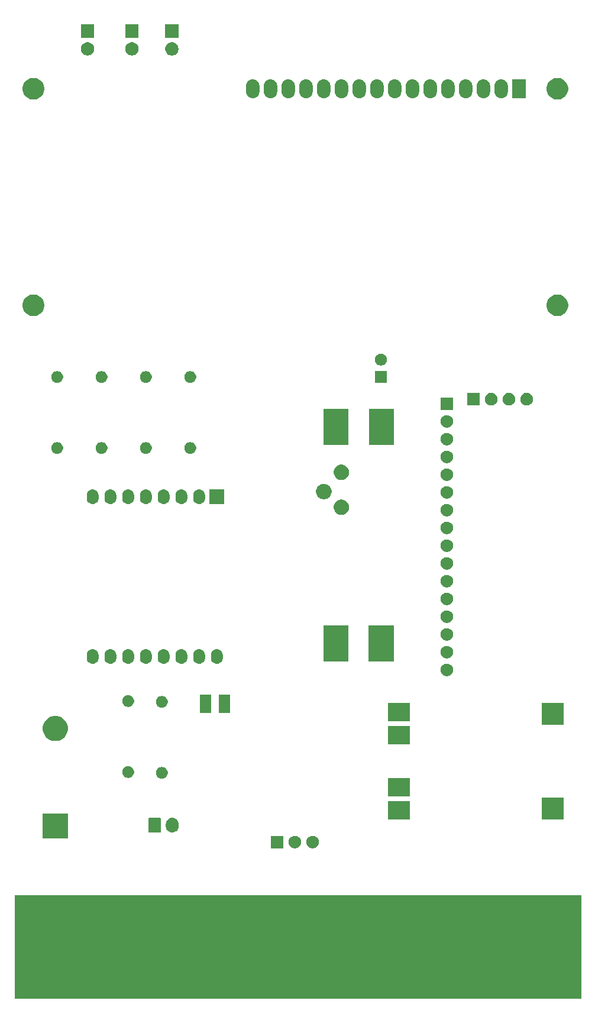
<source format=gbr>
G04 #@! TF.GenerationSoftware,KiCad,Pcbnew,(5.1.5)-3*
G04 #@! TF.CreationDate,2020-04-07T21:38:51+01:00*
G04 #@! TF.ProjectId,Keypad,4b657970-6164-42e6-9b69-6361645f7063,1*
G04 #@! TF.SameCoordinates,Original*
G04 #@! TF.FileFunction,Soldermask,Top*
G04 #@! TF.FilePolarity,Negative*
%FSLAX46Y46*%
G04 Gerber Fmt 4.6, Leading zero omitted, Abs format (unit mm)*
G04 Created by KiCad (PCBNEW (5.1.5)-3) date 2020-04-07 21:38:51*
%MOMM*%
%LPD*%
G04 APERTURE LIST*
%ADD10C,0.100000*%
G04 APERTURE END LIST*
D10*
G36*
X190500000Y-170180000D02*
G01*
X109474000Y-170180000D01*
X109474000Y-155448000D01*
X190500000Y-155448000D01*
X190500000Y-170180000D01*
G37*
X190500000Y-170180000D02*
X109474000Y-170180000D01*
X109474000Y-155448000D01*
X190500000Y-155448000D01*
X190500000Y-170180000D01*
G36*
X152259512Y-146931927D02*
G01*
X152408812Y-146961624D01*
X152572784Y-147029544D01*
X152720354Y-147128147D01*
X152845853Y-147253646D01*
X152944456Y-147401216D01*
X153012376Y-147565188D01*
X153047000Y-147739259D01*
X153047000Y-147916741D01*
X153012376Y-148090812D01*
X152944456Y-148254784D01*
X152845853Y-148402354D01*
X152720354Y-148527853D01*
X152572784Y-148626456D01*
X152408812Y-148694376D01*
X152259512Y-148724073D01*
X152234742Y-148729000D01*
X152057258Y-148729000D01*
X152032488Y-148724073D01*
X151883188Y-148694376D01*
X151719216Y-148626456D01*
X151571646Y-148527853D01*
X151446147Y-148402354D01*
X151347544Y-148254784D01*
X151279624Y-148090812D01*
X151245000Y-147916741D01*
X151245000Y-147739259D01*
X151279624Y-147565188D01*
X151347544Y-147401216D01*
X151446147Y-147253646D01*
X151571646Y-147128147D01*
X151719216Y-147029544D01*
X151883188Y-146961624D01*
X152032488Y-146931927D01*
X152057258Y-146927000D01*
X152234742Y-146927000D01*
X152259512Y-146931927D01*
G37*
G36*
X149719512Y-146931927D02*
G01*
X149868812Y-146961624D01*
X150032784Y-147029544D01*
X150180354Y-147128147D01*
X150305853Y-147253646D01*
X150404456Y-147401216D01*
X150472376Y-147565188D01*
X150507000Y-147739259D01*
X150507000Y-147916741D01*
X150472376Y-148090812D01*
X150404456Y-148254784D01*
X150305853Y-148402354D01*
X150180354Y-148527853D01*
X150032784Y-148626456D01*
X149868812Y-148694376D01*
X149719512Y-148724073D01*
X149694742Y-148729000D01*
X149517258Y-148729000D01*
X149492488Y-148724073D01*
X149343188Y-148694376D01*
X149179216Y-148626456D01*
X149031646Y-148527853D01*
X148906147Y-148402354D01*
X148807544Y-148254784D01*
X148739624Y-148090812D01*
X148705000Y-147916741D01*
X148705000Y-147739259D01*
X148739624Y-147565188D01*
X148807544Y-147401216D01*
X148906147Y-147253646D01*
X149031646Y-147128147D01*
X149179216Y-147029544D01*
X149343188Y-146961624D01*
X149492488Y-146931927D01*
X149517258Y-146927000D01*
X149694742Y-146927000D01*
X149719512Y-146931927D01*
G37*
G36*
X147967000Y-148729000D02*
G01*
X146165000Y-148729000D01*
X146165000Y-146927000D01*
X147967000Y-146927000D01*
X147967000Y-148729000D01*
G37*
G36*
X117117000Y-147343000D02*
G01*
X113515000Y-147343000D01*
X113515000Y-143741000D01*
X117117000Y-143741000D01*
X117117000Y-147343000D01*
G37*
G36*
X132216626Y-144377037D02*
G01*
X132386465Y-144428557D01*
X132386467Y-144428558D01*
X132542989Y-144512221D01*
X132680186Y-144624814D01*
X132763448Y-144726271D01*
X132792778Y-144762009D01*
X132876443Y-144918534D01*
X132927963Y-145088373D01*
X132941000Y-145220742D01*
X132941000Y-145609257D01*
X132927963Y-145741626D01*
X132876443Y-145911466D01*
X132792778Y-146067991D01*
X132763448Y-146103729D01*
X132680186Y-146205186D01*
X132585250Y-146283097D01*
X132542991Y-146317778D01*
X132386466Y-146401443D01*
X132216627Y-146452963D01*
X132040000Y-146470359D01*
X131863374Y-146452963D01*
X131693535Y-146401443D01*
X131537010Y-146317778D01*
X131399815Y-146205185D01*
X131287222Y-146067991D01*
X131203557Y-145911466D01*
X131152037Y-145741627D01*
X131139000Y-145609258D01*
X131139000Y-145220743D01*
X131152037Y-145088374D01*
X131203557Y-144918535D01*
X131287222Y-144762010D01*
X131287223Y-144762009D01*
X131399814Y-144624814D01*
X131501271Y-144541552D01*
X131537009Y-144512222D01*
X131693534Y-144428557D01*
X131863373Y-144377037D01*
X132040000Y-144359641D01*
X132216626Y-144377037D01*
G37*
G36*
X130298600Y-144367989D02*
G01*
X130331652Y-144378015D01*
X130362103Y-144394292D01*
X130388799Y-144416201D01*
X130410708Y-144442897D01*
X130426985Y-144473348D01*
X130437011Y-144506400D01*
X130441000Y-144546903D01*
X130441000Y-146283097D01*
X130437011Y-146323600D01*
X130426985Y-146356652D01*
X130410708Y-146387103D01*
X130388799Y-146413799D01*
X130362103Y-146435708D01*
X130331652Y-146451985D01*
X130298600Y-146462011D01*
X130258097Y-146466000D01*
X128821903Y-146466000D01*
X128781400Y-146462011D01*
X128748348Y-146451985D01*
X128717897Y-146435708D01*
X128691201Y-146413799D01*
X128669292Y-146387103D01*
X128653015Y-146356652D01*
X128642989Y-146323600D01*
X128639000Y-146283097D01*
X128639000Y-144546903D01*
X128642989Y-144506400D01*
X128653015Y-144473348D01*
X128669292Y-144442897D01*
X128691201Y-144416201D01*
X128717897Y-144394292D01*
X128748348Y-144378015D01*
X128781400Y-144367989D01*
X128821903Y-144364000D01*
X130258097Y-144364000D01*
X130298600Y-144367989D01*
G37*
G36*
X188051000Y-144551000D02*
G01*
X184949000Y-144551000D01*
X184949000Y-141449000D01*
X188051000Y-141449000D01*
X188051000Y-144551000D01*
G37*
G36*
X166051000Y-144551000D02*
G01*
X162949000Y-144551000D01*
X162949000Y-141949000D01*
X166051000Y-141949000D01*
X166051000Y-144551000D01*
G37*
G36*
X166051000Y-141301000D02*
G01*
X162949000Y-141301000D01*
X162949000Y-138699000D01*
X166051000Y-138699000D01*
X166051000Y-141301000D01*
G37*
G36*
X130804228Y-137103703D02*
G01*
X130959100Y-137167853D01*
X131098481Y-137260985D01*
X131217015Y-137379519D01*
X131310147Y-137518900D01*
X131374297Y-137673772D01*
X131407000Y-137838184D01*
X131407000Y-138005816D01*
X131374297Y-138170228D01*
X131310147Y-138325100D01*
X131217015Y-138464481D01*
X131098481Y-138583015D01*
X130959100Y-138676147D01*
X130804228Y-138740297D01*
X130639816Y-138773000D01*
X130472184Y-138773000D01*
X130307772Y-138740297D01*
X130152900Y-138676147D01*
X130013519Y-138583015D01*
X129894985Y-138464481D01*
X129801853Y-138325100D01*
X129737703Y-138170228D01*
X129705000Y-138005816D01*
X129705000Y-137838184D01*
X129737703Y-137673772D01*
X129801853Y-137518900D01*
X129894985Y-137379519D01*
X130013519Y-137260985D01*
X130152900Y-137167853D01*
X130307772Y-137103703D01*
X130472184Y-137071000D01*
X130639816Y-137071000D01*
X130804228Y-137103703D01*
G37*
G36*
X125978228Y-136976703D02*
G01*
X126133100Y-137040853D01*
X126272481Y-137133985D01*
X126391015Y-137252519D01*
X126484147Y-137391900D01*
X126548297Y-137546772D01*
X126581000Y-137711184D01*
X126581000Y-137878816D01*
X126548297Y-138043228D01*
X126484147Y-138198100D01*
X126391015Y-138337481D01*
X126272481Y-138456015D01*
X126133100Y-138549147D01*
X125978228Y-138613297D01*
X125813816Y-138646000D01*
X125646184Y-138646000D01*
X125481772Y-138613297D01*
X125326900Y-138549147D01*
X125187519Y-138456015D01*
X125068985Y-138337481D01*
X124975853Y-138198100D01*
X124911703Y-138043228D01*
X124879000Y-137878816D01*
X124879000Y-137711184D01*
X124911703Y-137546772D01*
X124975853Y-137391900D01*
X125068985Y-137252519D01*
X125187519Y-137133985D01*
X125326900Y-137040853D01*
X125481772Y-136976703D01*
X125646184Y-136944000D01*
X125813816Y-136944000D01*
X125978228Y-136976703D01*
G37*
G36*
X166051000Y-133801000D02*
G01*
X162949000Y-133801000D01*
X162949000Y-131199000D01*
X166051000Y-131199000D01*
X166051000Y-133801000D01*
G37*
G36*
X115841331Y-129840211D02*
G01*
X116169092Y-129975974D01*
X116464070Y-130173072D01*
X116714928Y-130423930D01*
X116912026Y-130718908D01*
X117047789Y-131046669D01*
X117117000Y-131394616D01*
X117117000Y-131749384D01*
X117047789Y-132097331D01*
X116912026Y-132425092D01*
X116714928Y-132720070D01*
X116464070Y-132970928D01*
X116169092Y-133168026D01*
X115841331Y-133303789D01*
X115493384Y-133373000D01*
X115138616Y-133373000D01*
X114790669Y-133303789D01*
X114462908Y-133168026D01*
X114167930Y-132970928D01*
X113917072Y-132720070D01*
X113719974Y-132425092D01*
X113584211Y-132097331D01*
X113515000Y-131749384D01*
X113515000Y-131394616D01*
X113584211Y-131046669D01*
X113719974Y-130718908D01*
X113917072Y-130423930D01*
X114167930Y-130173072D01*
X114462908Y-129975974D01*
X114790669Y-129840211D01*
X115138616Y-129771000D01*
X115493384Y-129771000D01*
X115841331Y-129840211D01*
G37*
G36*
X188051000Y-131051000D02*
G01*
X184949000Y-131051000D01*
X184949000Y-127949000D01*
X188051000Y-127949000D01*
X188051000Y-131051000D01*
G37*
G36*
X166051000Y-130551000D02*
G01*
X162949000Y-130551000D01*
X162949000Y-127949000D01*
X166051000Y-127949000D01*
X166051000Y-130551000D01*
G37*
G36*
X140357000Y-129342000D02*
G01*
X138695000Y-129342000D01*
X138695000Y-126690000D01*
X140357000Y-126690000D01*
X140357000Y-129342000D01*
G37*
G36*
X137657000Y-129342000D02*
G01*
X135995000Y-129342000D01*
X135995000Y-126690000D01*
X137657000Y-126690000D01*
X137657000Y-129342000D01*
G37*
G36*
X130804228Y-126943703D02*
G01*
X130959100Y-127007853D01*
X131098481Y-127100985D01*
X131217015Y-127219519D01*
X131310147Y-127358900D01*
X131374297Y-127513772D01*
X131407000Y-127678184D01*
X131407000Y-127845816D01*
X131374297Y-128010228D01*
X131310147Y-128165100D01*
X131217015Y-128304481D01*
X131098481Y-128423015D01*
X130959100Y-128516147D01*
X130804228Y-128580297D01*
X130639816Y-128613000D01*
X130472184Y-128613000D01*
X130307772Y-128580297D01*
X130152900Y-128516147D01*
X130013519Y-128423015D01*
X129894985Y-128304481D01*
X129801853Y-128165100D01*
X129737703Y-128010228D01*
X129705000Y-127845816D01*
X129705000Y-127678184D01*
X129737703Y-127513772D01*
X129801853Y-127358900D01*
X129894985Y-127219519D01*
X130013519Y-127100985D01*
X130152900Y-127007853D01*
X130307772Y-126943703D01*
X130472184Y-126911000D01*
X130639816Y-126911000D01*
X130804228Y-126943703D01*
G37*
G36*
X125978228Y-126816703D02*
G01*
X126133100Y-126880853D01*
X126272481Y-126973985D01*
X126391015Y-127092519D01*
X126484147Y-127231900D01*
X126548297Y-127386772D01*
X126581000Y-127551184D01*
X126581000Y-127718816D01*
X126548297Y-127883228D01*
X126484147Y-128038100D01*
X126391015Y-128177481D01*
X126272481Y-128296015D01*
X126133100Y-128389147D01*
X125978228Y-128453297D01*
X125813816Y-128486000D01*
X125646184Y-128486000D01*
X125481772Y-128453297D01*
X125326900Y-128389147D01*
X125187519Y-128296015D01*
X125068985Y-128177481D01*
X124975853Y-128038100D01*
X124911703Y-127883228D01*
X124879000Y-127718816D01*
X124879000Y-127551184D01*
X124911703Y-127386772D01*
X124975853Y-127231900D01*
X125068985Y-127092519D01*
X125187519Y-126973985D01*
X125326900Y-126880853D01*
X125481772Y-126816703D01*
X125646184Y-126784000D01*
X125813816Y-126784000D01*
X125978228Y-126816703D01*
G37*
G36*
X171468512Y-122293927D02*
G01*
X171617812Y-122323624D01*
X171781784Y-122391544D01*
X171929354Y-122490147D01*
X172054853Y-122615646D01*
X172153456Y-122763216D01*
X172221376Y-122927188D01*
X172256000Y-123101259D01*
X172256000Y-123278741D01*
X172221376Y-123452812D01*
X172153456Y-123616784D01*
X172054853Y-123764354D01*
X171929354Y-123889853D01*
X171781784Y-123988456D01*
X171617812Y-124056376D01*
X171468512Y-124086073D01*
X171443742Y-124091000D01*
X171266258Y-124091000D01*
X171241488Y-124086073D01*
X171092188Y-124056376D01*
X170928216Y-123988456D01*
X170780646Y-123889853D01*
X170655147Y-123764354D01*
X170556544Y-123616784D01*
X170488624Y-123452812D01*
X170454000Y-123278741D01*
X170454000Y-123101259D01*
X170488624Y-122927188D01*
X170556544Y-122763216D01*
X170655147Y-122615646D01*
X170780646Y-122490147D01*
X170928216Y-122391544D01*
X171092188Y-122323624D01*
X171241488Y-122293927D01*
X171266258Y-122289000D01*
X171443742Y-122289000D01*
X171468512Y-122293927D01*
G37*
G36*
X138596823Y-120246313D02*
G01*
X138757242Y-120294976D01*
X138889906Y-120365886D01*
X138905078Y-120373996D01*
X139034659Y-120480341D01*
X139141004Y-120609922D01*
X139141005Y-120609924D01*
X139220024Y-120757758D01*
X139268687Y-120918178D01*
X139281000Y-121043197D01*
X139281000Y-121526804D01*
X139268687Y-121651823D01*
X139220024Y-121812242D01*
X139149114Y-121944906D01*
X139141004Y-121960078D01*
X139140247Y-121961000D01*
X139034659Y-122089659D01*
X138905077Y-122196005D01*
X138757241Y-122275024D01*
X138596822Y-122323687D01*
X138430000Y-122340117D01*
X138263177Y-122323687D01*
X138102758Y-122275024D01*
X137954924Y-122196005D01*
X137954922Y-122196004D01*
X137825341Y-122089659D01*
X137718995Y-121960077D01*
X137639976Y-121812241D01*
X137591313Y-121651822D01*
X137579000Y-121526803D01*
X137579000Y-121043196D01*
X137591313Y-120918177D01*
X137639976Y-120757758D01*
X137718995Y-120609924D01*
X137718996Y-120609922D01*
X137825342Y-120480341D01*
X137954923Y-120373996D01*
X137970095Y-120365886D01*
X138102759Y-120294976D01*
X138263178Y-120246313D01*
X138430000Y-120229883D01*
X138596823Y-120246313D01*
G37*
G36*
X136056823Y-120246313D02*
G01*
X136217242Y-120294976D01*
X136349906Y-120365886D01*
X136365078Y-120373996D01*
X136494659Y-120480341D01*
X136601004Y-120609922D01*
X136601005Y-120609924D01*
X136680024Y-120757758D01*
X136728687Y-120918178D01*
X136741000Y-121043197D01*
X136741000Y-121526804D01*
X136728687Y-121651823D01*
X136680024Y-121812242D01*
X136609114Y-121944906D01*
X136601004Y-121960078D01*
X136600247Y-121961000D01*
X136494659Y-122089659D01*
X136365077Y-122196005D01*
X136217241Y-122275024D01*
X136056822Y-122323687D01*
X135890000Y-122340117D01*
X135723177Y-122323687D01*
X135562758Y-122275024D01*
X135414924Y-122196005D01*
X135414922Y-122196004D01*
X135285341Y-122089659D01*
X135178995Y-121960077D01*
X135099976Y-121812241D01*
X135051313Y-121651822D01*
X135039000Y-121526803D01*
X135039000Y-121043196D01*
X135051313Y-120918177D01*
X135099976Y-120757758D01*
X135178995Y-120609924D01*
X135178996Y-120609922D01*
X135285342Y-120480341D01*
X135414923Y-120373996D01*
X135430095Y-120365886D01*
X135562759Y-120294976D01*
X135723178Y-120246313D01*
X135890000Y-120229883D01*
X136056823Y-120246313D01*
G37*
G36*
X133516823Y-120246313D02*
G01*
X133677242Y-120294976D01*
X133809906Y-120365886D01*
X133825078Y-120373996D01*
X133954659Y-120480341D01*
X134061004Y-120609922D01*
X134061005Y-120609924D01*
X134140024Y-120757758D01*
X134188687Y-120918178D01*
X134201000Y-121043197D01*
X134201000Y-121526804D01*
X134188687Y-121651823D01*
X134140024Y-121812242D01*
X134069114Y-121944906D01*
X134061004Y-121960078D01*
X134060247Y-121961000D01*
X133954659Y-122089659D01*
X133825077Y-122196005D01*
X133677241Y-122275024D01*
X133516822Y-122323687D01*
X133350000Y-122340117D01*
X133183177Y-122323687D01*
X133022758Y-122275024D01*
X132874924Y-122196005D01*
X132874922Y-122196004D01*
X132745341Y-122089659D01*
X132638995Y-121960077D01*
X132559976Y-121812241D01*
X132511313Y-121651822D01*
X132499000Y-121526803D01*
X132499000Y-121043196D01*
X132511313Y-120918177D01*
X132559976Y-120757758D01*
X132638995Y-120609924D01*
X132638996Y-120609922D01*
X132745342Y-120480341D01*
X132874923Y-120373996D01*
X132890095Y-120365886D01*
X133022759Y-120294976D01*
X133183178Y-120246313D01*
X133350000Y-120229883D01*
X133516823Y-120246313D01*
G37*
G36*
X130976823Y-120246313D02*
G01*
X131137242Y-120294976D01*
X131269906Y-120365886D01*
X131285078Y-120373996D01*
X131414659Y-120480341D01*
X131521004Y-120609922D01*
X131521005Y-120609924D01*
X131600024Y-120757758D01*
X131648687Y-120918178D01*
X131661000Y-121043197D01*
X131661000Y-121526804D01*
X131648687Y-121651823D01*
X131600024Y-121812242D01*
X131529114Y-121944906D01*
X131521004Y-121960078D01*
X131520247Y-121961000D01*
X131414659Y-122089659D01*
X131285077Y-122196005D01*
X131137241Y-122275024D01*
X130976822Y-122323687D01*
X130810000Y-122340117D01*
X130643177Y-122323687D01*
X130482758Y-122275024D01*
X130334924Y-122196005D01*
X130334922Y-122196004D01*
X130205341Y-122089659D01*
X130098995Y-121960077D01*
X130019976Y-121812241D01*
X129971313Y-121651822D01*
X129959000Y-121526803D01*
X129959000Y-121043196D01*
X129971313Y-120918177D01*
X130019976Y-120757758D01*
X130098995Y-120609924D01*
X130098996Y-120609922D01*
X130205342Y-120480341D01*
X130334923Y-120373996D01*
X130350095Y-120365886D01*
X130482759Y-120294976D01*
X130643178Y-120246313D01*
X130810000Y-120229883D01*
X130976823Y-120246313D01*
G37*
G36*
X123356823Y-120246313D02*
G01*
X123517242Y-120294976D01*
X123649906Y-120365886D01*
X123665078Y-120373996D01*
X123794659Y-120480341D01*
X123901004Y-120609922D01*
X123901005Y-120609924D01*
X123980024Y-120757758D01*
X124028687Y-120918178D01*
X124041000Y-121043197D01*
X124041000Y-121526804D01*
X124028687Y-121651823D01*
X123980024Y-121812242D01*
X123909114Y-121944906D01*
X123901004Y-121960078D01*
X123900247Y-121961000D01*
X123794659Y-122089659D01*
X123665077Y-122196005D01*
X123517241Y-122275024D01*
X123356822Y-122323687D01*
X123190000Y-122340117D01*
X123023177Y-122323687D01*
X122862758Y-122275024D01*
X122714924Y-122196005D01*
X122714922Y-122196004D01*
X122585341Y-122089659D01*
X122478995Y-121960077D01*
X122399976Y-121812241D01*
X122351313Y-121651822D01*
X122339000Y-121526803D01*
X122339000Y-121043196D01*
X122351313Y-120918177D01*
X122399976Y-120757758D01*
X122478995Y-120609924D01*
X122478996Y-120609922D01*
X122585342Y-120480341D01*
X122714923Y-120373996D01*
X122730095Y-120365886D01*
X122862759Y-120294976D01*
X123023178Y-120246313D01*
X123190000Y-120229883D01*
X123356823Y-120246313D01*
G37*
G36*
X120816823Y-120246313D02*
G01*
X120977242Y-120294976D01*
X121109906Y-120365886D01*
X121125078Y-120373996D01*
X121254659Y-120480341D01*
X121361004Y-120609922D01*
X121361005Y-120609924D01*
X121440024Y-120757758D01*
X121488687Y-120918178D01*
X121501000Y-121043197D01*
X121501000Y-121526804D01*
X121488687Y-121651823D01*
X121440024Y-121812242D01*
X121369114Y-121944906D01*
X121361004Y-121960078D01*
X121360247Y-121961000D01*
X121254659Y-122089659D01*
X121125077Y-122196005D01*
X120977241Y-122275024D01*
X120816822Y-122323687D01*
X120650000Y-122340117D01*
X120483177Y-122323687D01*
X120322758Y-122275024D01*
X120174924Y-122196005D01*
X120174922Y-122196004D01*
X120045341Y-122089659D01*
X119938995Y-121960077D01*
X119859976Y-121812241D01*
X119811313Y-121651822D01*
X119799000Y-121526803D01*
X119799000Y-121043196D01*
X119811313Y-120918177D01*
X119859976Y-120757758D01*
X119938995Y-120609924D01*
X119938996Y-120609922D01*
X120045342Y-120480341D01*
X120174923Y-120373996D01*
X120190095Y-120365886D01*
X120322759Y-120294976D01*
X120483178Y-120246313D01*
X120650000Y-120229883D01*
X120816823Y-120246313D01*
G37*
G36*
X125896823Y-120246313D02*
G01*
X126057242Y-120294976D01*
X126189906Y-120365886D01*
X126205078Y-120373996D01*
X126334659Y-120480341D01*
X126441004Y-120609922D01*
X126441005Y-120609924D01*
X126520024Y-120757758D01*
X126568687Y-120918178D01*
X126581000Y-121043197D01*
X126581000Y-121526804D01*
X126568687Y-121651823D01*
X126520024Y-121812242D01*
X126449114Y-121944906D01*
X126441004Y-121960078D01*
X126440247Y-121961000D01*
X126334659Y-122089659D01*
X126205077Y-122196005D01*
X126057241Y-122275024D01*
X125896822Y-122323687D01*
X125730000Y-122340117D01*
X125563177Y-122323687D01*
X125402758Y-122275024D01*
X125254924Y-122196005D01*
X125254922Y-122196004D01*
X125125341Y-122089659D01*
X125018995Y-121960077D01*
X124939976Y-121812241D01*
X124891313Y-121651822D01*
X124879000Y-121526803D01*
X124879000Y-121043196D01*
X124891313Y-120918177D01*
X124939976Y-120757758D01*
X125018995Y-120609924D01*
X125018996Y-120609922D01*
X125125342Y-120480341D01*
X125254923Y-120373996D01*
X125270095Y-120365886D01*
X125402759Y-120294976D01*
X125563178Y-120246313D01*
X125730000Y-120229883D01*
X125896823Y-120246313D01*
G37*
G36*
X128436823Y-120246313D02*
G01*
X128597242Y-120294976D01*
X128729906Y-120365886D01*
X128745078Y-120373996D01*
X128874659Y-120480341D01*
X128981004Y-120609922D01*
X128981005Y-120609924D01*
X129060024Y-120757758D01*
X129108687Y-120918178D01*
X129121000Y-121043197D01*
X129121000Y-121526804D01*
X129108687Y-121651823D01*
X129060024Y-121812242D01*
X128989114Y-121944906D01*
X128981004Y-121960078D01*
X128980247Y-121961000D01*
X128874659Y-122089659D01*
X128745077Y-122196005D01*
X128597241Y-122275024D01*
X128436822Y-122323687D01*
X128270000Y-122340117D01*
X128103177Y-122323687D01*
X127942758Y-122275024D01*
X127794924Y-122196005D01*
X127794922Y-122196004D01*
X127665341Y-122089659D01*
X127558995Y-121960077D01*
X127479976Y-121812241D01*
X127431313Y-121651822D01*
X127419000Y-121526803D01*
X127419000Y-121043196D01*
X127431313Y-120918177D01*
X127479976Y-120757758D01*
X127558995Y-120609924D01*
X127558996Y-120609922D01*
X127665342Y-120480341D01*
X127794923Y-120373996D01*
X127810095Y-120365886D01*
X127942759Y-120294976D01*
X128103178Y-120246313D01*
X128270000Y-120229883D01*
X128436823Y-120246313D01*
G37*
G36*
X157301000Y-121961000D02*
G01*
X153699000Y-121961000D01*
X153699000Y-116859000D01*
X157301000Y-116859000D01*
X157301000Y-121961000D01*
G37*
G36*
X163751000Y-121961000D02*
G01*
X160149000Y-121961000D01*
X160149000Y-116859000D01*
X163751000Y-116859000D01*
X163751000Y-121961000D01*
G37*
G36*
X171468512Y-119753927D02*
G01*
X171617812Y-119783624D01*
X171781784Y-119851544D01*
X171929354Y-119950147D01*
X172054853Y-120075646D01*
X172153456Y-120223216D01*
X172221376Y-120387188D01*
X172256000Y-120561259D01*
X172256000Y-120738741D01*
X172221376Y-120912812D01*
X172153456Y-121076784D01*
X172054853Y-121224354D01*
X171929354Y-121349853D01*
X171781784Y-121448456D01*
X171617812Y-121516376D01*
X171468512Y-121546073D01*
X171443742Y-121551000D01*
X171266258Y-121551000D01*
X171241488Y-121546073D01*
X171092188Y-121516376D01*
X170928216Y-121448456D01*
X170780646Y-121349853D01*
X170655147Y-121224354D01*
X170556544Y-121076784D01*
X170488624Y-120912812D01*
X170454000Y-120738741D01*
X170454000Y-120561259D01*
X170488624Y-120387188D01*
X170556544Y-120223216D01*
X170655147Y-120075646D01*
X170780646Y-119950147D01*
X170928216Y-119851544D01*
X171092188Y-119783624D01*
X171241488Y-119753927D01*
X171266258Y-119749000D01*
X171443742Y-119749000D01*
X171468512Y-119753927D01*
G37*
G36*
X171468512Y-117213927D02*
G01*
X171617812Y-117243624D01*
X171781784Y-117311544D01*
X171929354Y-117410147D01*
X172054853Y-117535646D01*
X172153456Y-117683216D01*
X172221376Y-117847188D01*
X172256000Y-118021259D01*
X172256000Y-118198741D01*
X172221376Y-118372812D01*
X172153456Y-118536784D01*
X172054853Y-118684354D01*
X171929354Y-118809853D01*
X171781784Y-118908456D01*
X171617812Y-118976376D01*
X171468512Y-119006073D01*
X171443742Y-119011000D01*
X171266258Y-119011000D01*
X171241488Y-119006073D01*
X171092188Y-118976376D01*
X170928216Y-118908456D01*
X170780646Y-118809853D01*
X170655147Y-118684354D01*
X170556544Y-118536784D01*
X170488624Y-118372812D01*
X170454000Y-118198741D01*
X170454000Y-118021259D01*
X170488624Y-117847188D01*
X170556544Y-117683216D01*
X170655147Y-117535646D01*
X170780646Y-117410147D01*
X170928216Y-117311544D01*
X171092188Y-117243624D01*
X171241488Y-117213927D01*
X171266258Y-117209000D01*
X171443742Y-117209000D01*
X171468512Y-117213927D01*
G37*
G36*
X171468512Y-114673927D02*
G01*
X171617812Y-114703624D01*
X171781784Y-114771544D01*
X171929354Y-114870147D01*
X172054853Y-114995646D01*
X172153456Y-115143216D01*
X172221376Y-115307188D01*
X172256000Y-115481259D01*
X172256000Y-115658741D01*
X172221376Y-115832812D01*
X172153456Y-115996784D01*
X172054853Y-116144354D01*
X171929354Y-116269853D01*
X171781784Y-116368456D01*
X171617812Y-116436376D01*
X171468512Y-116466073D01*
X171443742Y-116471000D01*
X171266258Y-116471000D01*
X171241488Y-116466073D01*
X171092188Y-116436376D01*
X170928216Y-116368456D01*
X170780646Y-116269853D01*
X170655147Y-116144354D01*
X170556544Y-115996784D01*
X170488624Y-115832812D01*
X170454000Y-115658741D01*
X170454000Y-115481259D01*
X170488624Y-115307188D01*
X170556544Y-115143216D01*
X170655147Y-114995646D01*
X170780646Y-114870147D01*
X170928216Y-114771544D01*
X171092188Y-114703624D01*
X171241488Y-114673927D01*
X171266258Y-114669000D01*
X171443742Y-114669000D01*
X171468512Y-114673927D01*
G37*
G36*
X171468512Y-112133927D02*
G01*
X171617812Y-112163624D01*
X171781784Y-112231544D01*
X171929354Y-112330147D01*
X172054853Y-112455646D01*
X172153456Y-112603216D01*
X172221376Y-112767188D01*
X172256000Y-112941259D01*
X172256000Y-113118741D01*
X172221376Y-113292812D01*
X172153456Y-113456784D01*
X172054853Y-113604354D01*
X171929354Y-113729853D01*
X171781784Y-113828456D01*
X171617812Y-113896376D01*
X171468512Y-113926073D01*
X171443742Y-113931000D01*
X171266258Y-113931000D01*
X171241488Y-113926073D01*
X171092188Y-113896376D01*
X170928216Y-113828456D01*
X170780646Y-113729853D01*
X170655147Y-113604354D01*
X170556544Y-113456784D01*
X170488624Y-113292812D01*
X170454000Y-113118741D01*
X170454000Y-112941259D01*
X170488624Y-112767188D01*
X170556544Y-112603216D01*
X170655147Y-112455646D01*
X170780646Y-112330147D01*
X170928216Y-112231544D01*
X171092188Y-112163624D01*
X171241488Y-112133927D01*
X171266258Y-112129000D01*
X171443742Y-112129000D01*
X171468512Y-112133927D01*
G37*
G36*
X171468512Y-109593927D02*
G01*
X171617812Y-109623624D01*
X171781784Y-109691544D01*
X171929354Y-109790147D01*
X172054853Y-109915646D01*
X172153456Y-110063216D01*
X172221376Y-110227188D01*
X172256000Y-110401259D01*
X172256000Y-110578741D01*
X172221376Y-110752812D01*
X172153456Y-110916784D01*
X172054853Y-111064354D01*
X171929354Y-111189853D01*
X171781784Y-111288456D01*
X171617812Y-111356376D01*
X171468512Y-111386073D01*
X171443742Y-111391000D01*
X171266258Y-111391000D01*
X171241488Y-111386073D01*
X171092188Y-111356376D01*
X170928216Y-111288456D01*
X170780646Y-111189853D01*
X170655147Y-111064354D01*
X170556544Y-110916784D01*
X170488624Y-110752812D01*
X170454000Y-110578741D01*
X170454000Y-110401259D01*
X170488624Y-110227188D01*
X170556544Y-110063216D01*
X170655147Y-109915646D01*
X170780646Y-109790147D01*
X170928216Y-109691544D01*
X171092188Y-109623624D01*
X171241488Y-109593927D01*
X171266258Y-109589000D01*
X171443742Y-109589000D01*
X171468512Y-109593927D01*
G37*
G36*
X171468512Y-107053927D02*
G01*
X171617812Y-107083624D01*
X171781784Y-107151544D01*
X171929354Y-107250147D01*
X172054853Y-107375646D01*
X172153456Y-107523216D01*
X172221376Y-107687188D01*
X172256000Y-107861259D01*
X172256000Y-108038741D01*
X172221376Y-108212812D01*
X172153456Y-108376784D01*
X172054853Y-108524354D01*
X171929354Y-108649853D01*
X171781784Y-108748456D01*
X171617812Y-108816376D01*
X171468512Y-108846073D01*
X171443742Y-108851000D01*
X171266258Y-108851000D01*
X171241488Y-108846073D01*
X171092188Y-108816376D01*
X170928216Y-108748456D01*
X170780646Y-108649853D01*
X170655147Y-108524354D01*
X170556544Y-108376784D01*
X170488624Y-108212812D01*
X170454000Y-108038741D01*
X170454000Y-107861259D01*
X170488624Y-107687188D01*
X170556544Y-107523216D01*
X170655147Y-107375646D01*
X170780646Y-107250147D01*
X170928216Y-107151544D01*
X171092188Y-107083624D01*
X171241488Y-107053927D01*
X171266258Y-107049000D01*
X171443742Y-107049000D01*
X171468512Y-107053927D01*
G37*
G36*
X171468512Y-104513927D02*
G01*
X171617812Y-104543624D01*
X171781784Y-104611544D01*
X171929354Y-104710147D01*
X172054853Y-104835646D01*
X172153456Y-104983216D01*
X172221376Y-105147188D01*
X172256000Y-105321259D01*
X172256000Y-105498741D01*
X172221376Y-105672812D01*
X172153456Y-105836784D01*
X172054853Y-105984354D01*
X171929354Y-106109853D01*
X171781784Y-106208456D01*
X171617812Y-106276376D01*
X171468512Y-106306073D01*
X171443742Y-106311000D01*
X171266258Y-106311000D01*
X171241488Y-106306073D01*
X171092188Y-106276376D01*
X170928216Y-106208456D01*
X170780646Y-106109853D01*
X170655147Y-105984354D01*
X170556544Y-105836784D01*
X170488624Y-105672812D01*
X170454000Y-105498741D01*
X170454000Y-105321259D01*
X170488624Y-105147188D01*
X170556544Y-104983216D01*
X170655147Y-104835646D01*
X170780646Y-104710147D01*
X170928216Y-104611544D01*
X171092188Y-104543624D01*
X171241488Y-104513927D01*
X171266258Y-104509000D01*
X171443742Y-104509000D01*
X171468512Y-104513927D01*
G37*
G36*
X171468512Y-101973927D02*
G01*
X171617812Y-102003624D01*
X171781784Y-102071544D01*
X171929354Y-102170147D01*
X172054853Y-102295646D01*
X172153456Y-102443216D01*
X172221376Y-102607188D01*
X172256000Y-102781259D01*
X172256000Y-102958741D01*
X172221376Y-103132812D01*
X172153456Y-103296784D01*
X172054853Y-103444354D01*
X171929354Y-103569853D01*
X171781784Y-103668456D01*
X171617812Y-103736376D01*
X171468512Y-103766073D01*
X171443742Y-103771000D01*
X171266258Y-103771000D01*
X171241488Y-103766073D01*
X171092188Y-103736376D01*
X170928216Y-103668456D01*
X170780646Y-103569853D01*
X170655147Y-103444354D01*
X170556544Y-103296784D01*
X170488624Y-103132812D01*
X170454000Y-102958741D01*
X170454000Y-102781259D01*
X170488624Y-102607188D01*
X170556544Y-102443216D01*
X170655147Y-102295646D01*
X170780646Y-102170147D01*
X170928216Y-102071544D01*
X171092188Y-102003624D01*
X171241488Y-101973927D01*
X171266258Y-101969000D01*
X171443742Y-101969000D01*
X171468512Y-101973927D01*
G37*
G36*
X171468512Y-99433927D02*
G01*
X171617812Y-99463624D01*
X171781784Y-99531544D01*
X171929354Y-99630147D01*
X172054853Y-99755646D01*
X172153456Y-99903216D01*
X172221376Y-100067188D01*
X172256000Y-100241259D01*
X172256000Y-100418741D01*
X172221376Y-100592812D01*
X172153456Y-100756784D01*
X172054853Y-100904354D01*
X171929354Y-101029853D01*
X171781784Y-101128456D01*
X171617812Y-101196376D01*
X171468512Y-101226073D01*
X171443742Y-101231000D01*
X171266258Y-101231000D01*
X171241488Y-101226073D01*
X171092188Y-101196376D01*
X170928216Y-101128456D01*
X170780646Y-101029853D01*
X170655147Y-100904354D01*
X170556544Y-100756784D01*
X170488624Y-100592812D01*
X170454000Y-100418741D01*
X170454000Y-100241259D01*
X170488624Y-100067188D01*
X170556544Y-99903216D01*
X170655147Y-99755646D01*
X170780646Y-99630147D01*
X170928216Y-99531544D01*
X171092188Y-99463624D01*
X171241488Y-99433927D01*
X171266258Y-99429000D01*
X171443742Y-99429000D01*
X171468512Y-99433927D01*
G37*
G36*
X156464794Y-98830155D02*
G01*
X156571150Y-98851311D01*
X156671334Y-98892809D01*
X156771520Y-98934307D01*
X156951844Y-99054795D01*
X157105205Y-99208156D01*
X157225693Y-99388480D01*
X157256819Y-99463625D01*
X157308689Y-99588850D01*
X157351000Y-99801561D01*
X157351000Y-100018439D01*
X157308689Y-100231150D01*
X157225693Y-100431520D01*
X157105205Y-100611844D01*
X156951844Y-100765205D01*
X156771520Y-100885693D01*
X156726468Y-100904354D01*
X156571150Y-100968689D01*
X156464794Y-100989845D01*
X156358440Y-101011000D01*
X156141560Y-101011000D01*
X156035206Y-100989845D01*
X155928850Y-100968689D01*
X155773532Y-100904354D01*
X155728480Y-100885693D01*
X155548156Y-100765205D01*
X155394795Y-100611844D01*
X155274307Y-100431520D01*
X155191311Y-100231150D01*
X155149000Y-100018439D01*
X155149000Y-99801561D01*
X155191311Y-99588850D01*
X155243181Y-99463625D01*
X155274307Y-99388480D01*
X155394795Y-99208156D01*
X155548156Y-99054795D01*
X155728480Y-98934307D01*
X155828666Y-98892809D01*
X155928850Y-98851311D01*
X156035206Y-98830155D01*
X156141560Y-98809000D01*
X156358440Y-98809000D01*
X156464794Y-98830155D01*
G37*
G36*
X125896823Y-97386313D02*
G01*
X126057242Y-97434976D01*
X126189906Y-97505886D01*
X126205078Y-97513996D01*
X126334659Y-97620341D01*
X126441004Y-97749922D01*
X126441005Y-97749924D01*
X126520024Y-97897758D01*
X126568687Y-98058178D01*
X126581000Y-98183197D01*
X126581000Y-98666804D01*
X126568687Y-98791823D01*
X126520024Y-98952242D01*
X126449114Y-99084906D01*
X126441004Y-99100078D01*
X126352308Y-99208154D01*
X126334659Y-99229659D01*
X126205077Y-99336005D01*
X126057241Y-99415024D01*
X125896822Y-99463687D01*
X125730000Y-99480117D01*
X125563177Y-99463687D01*
X125402758Y-99415024D01*
X125254924Y-99336005D01*
X125254922Y-99336004D01*
X125125341Y-99229659D01*
X125107692Y-99208154D01*
X125018995Y-99100077D01*
X124939976Y-98952241D01*
X124891313Y-98791822D01*
X124879000Y-98666803D01*
X124879000Y-98183196D01*
X124891313Y-98058177D01*
X124939976Y-97897758D01*
X125018995Y-97749924D01*
X125018996Y-97749922D01*
X125125342Y-97620341D01*
X125254923Y-97513996D01*
X125270095Y-97505886D01*
X125402759Y-97434976D01*
X125563178Y-97386313D01*
X125730000Y-97369883D01*
X125896823Y-97386313D01*
G37*
G36*
X128436823Y-97386313D02*
G01*
X128597242Y-97434976D01*
X128729906Y-97505886D01*
X128745078Y-97513996D01*
X128874659Y-97620341D01*
X128981004Y-97749922D01*
X128981005Y-97749924D01*
X129060024Y-97897758D01*
X129108687Y-98058178D01*
X129121000Y-98183197D01*
X129121000Y-98666804D01*
X129108687Y-98791823D01*
X129060024Y-98952242D01*
X128989114Y-99084906D01*
X128981004Y-99100078D01*
X128892308Y-99208154D01*
X128874659Y-99229659D01*
X128745077Y-99336005D01*
X128597241Y-99415024D01*
X128436822Y-99463687D01*
X128270000Y-99480117D01*
X128103177Y-99463687D01*
X127942758Y-99415024D01*
X127794924Y-99336005D01*
X127794922Y-99336004D01*
X127665341Y-99229659D01*
X127647692Y-99208154D01*
X127558995Y-99100077D01*
X127479976Y-98952241D01*
X127431313Y-98791822D01*
X127419000Y-98666803D01*
X127419000Y-98183196D01*
X127431313Y-98058177D01*
X127479976Y-97897758D01*
X127558995Y-97749924D01*
X127558996Y-97749922D01*
X127665342Y-97620341D01*
X127794923Y-97513996D01*
X127810095Y-97505886D01*
X127942759Y-97434976D01*
X128103178Y-97386313D01*
X128270000Y-97369883D01*
X128436823Y-97386313D01*
G37*
G36*
X130976823Y-97386313D02*
G01*
X131137242Y-97434976D01*
X131269906Y-97505886D01*
X131285078Y-97513996D01*
X131414659Y-97620341D01*
X131521004Y-97749922D01*
X131521005Y-97749924D01*
X131600024Y-97897758D01*
X131648687Y-98058178D01*
X131661000Y-98183197D01*
X131661000Y-98666804D01*
X131648687Y-98791823D01*
X131600024Y-98952242D01*
X131529114Y-99084906D01*
X131521004Y-99100078D01*
X131432308Y-99208154D01*
X131414659Y-99229659D01*
X131285077Y-99336005D01*
X131137241Y-99415024D01*
X130976822Y-99463687D01*
X130810000Y-99480117D01*
X130643177Y-99463687D01*
X130482758Y-99415024D01*
X130334924Y-99336005D01*
X130334922Y-99336004D01*
X130205341Y-99229659D01*
X130187692Y-99208154D01*
X130098995Y-99100077D01*
X130019976Y-98952241D01*
X129971313Y-98791822D01*
X129959000Y-98666803D01*
X129959000Y-98183196D01*
X129971313Y-98058177D01*
X130019976Y-97897758D01*
X130098995Y-97749924D01*
X130098996Y-97749922D01*
X130205342Y-97620341D01*
X130334923Y-97513996D01*
X130350095Y-97505886D01*
X130482759Y-97434976D01*
X130643178Y-97386313D01*
X130810000Y-97369883D01*
X130976823Y-97386313D01*
G37*
G36*
X136056823Y-97386313D02*
G01*
X136217242Y-97434976D01*
X136349906Y-97505886D01*
X136365078Y-97513996D01*
X136494659Y-97620341D01*
X136601004Y-97749922D01*
X136601005Y-97749924D01*
X136680024Y-97897758D01*
X136728687Y-98058178D01*
X136741000Y-98183197D01*
X136741000Y-98666804D01*
X136728687Y-98791823D01*
X136680024Y-98952242D01*
X136609114Y-99084906D01*
X136601004Y-99100078D01*
X136512308Y-99208154D01*
X136494659Y-99229659D01*
X136365077Y-99336005D01*
X136217241Y-99415024D01*
X136056822Y-99463687D01*
X135890000Y-99480117D01*
X135723177Y-99463687D01*
X135562758Y-99415024D01*
X135414924Y-99336005D01*
X135414922Y-99336004D01*
X135285341Y-99229659D01*
X135267692Y-99208154D01*
X135178995Y-99100077D01*
X135099976Y-98952241D01*
X135051313Y-98791822D01*
X135039000Y-98666803D01*
X135039000Y-98183196D01*
X135051313Y-98058177D01*
X135099976Y-97897758D01*
X135178995Y-97749924D01*
X135178996Y-97749922D01*
X135285342Y-97620341D01*
X135414923Y-97513996D01*
X135430095Y-97505886D01*
X135562759Y-97434976D01*
X135723178Y-97386313D01*
X135890000Y-97369883D01*
X136056823Y-97386313D01*
G37*
G36*
X133516823Y-97386313D02*
G01*
X133677242Y-97434976D01*
X133809906Y-97505886D01*
X133825078Y-97513996D01*
X133954659Y-97620341D01*
X134061004Y-97749922D01*
X134061005Y-97749924D01*
X134140024Y-97897758D01*
X134188687Y-98058178D01*
X134201000Y-98183197D01*
X134201000Y-98666804D01*
X134188687Y-98791823D01*
X134140024Y-98952242D01*
X134069114Y-99084906D01*
X134061004Y-99100078D01*
X133972308Y-99208154D01*
X133954659Y-99229659D01*
X133825077Y-99336005D01*
X133677241Y-99415024D01*
X133516822Y-99463687D01*
X133350000Y-99480117D01*
X133183177Y-99463687D01*
X133022758Y-99415024D01*
X132874924Y-99336005D01*
X132874922Y-99336004D01*
X132745341Y-99229659D01*
X132727692Y-99208154D01*
X132638995Y-99100077D01*
X132559976Y-98952241D01*
X132511313Y-98791822D01*
X132499000Y-98666803D01*
X132499000Y-98183196D01*
X132511313Y-98058177D01*
X132559976Y-97897758D01*
X132638995Y-97749924D01*
X132638996Y-97749922D01*
X132745342Y-97620341D01*
X132874923Y-97513996D01*
X132890095Y-97505886D01*
X133022759Y-97434976D01*
X133183178Y-97386313D01*
X133350000Y-97369883D01*
X133516823Y-97386313D01*
G37*
G36*
X120816823Y-97386313D02*
G01*
X120977242Y-97434976D01*
X121109906Y-97505886D01*
X121125078Y-97513996D01*
X121254659Y-97620341D01*
X121361004Y-97749922D01*
X121361005Y-97749924D01*
X121440024Y-97897758D01*
X121488687Y-98058178D01*
X121501000Y-98183197D01*
X121501000Y-98666804D01*
X121488687Y-98791823D01*
X121440024Y-98952242D01*
X121369114Y-99084906D01*
X121361004Y-99100078D01*
X121272308Y-99208154D01*
X121254659Y-99229659D01*
X121125077Y-99336005D01*
X120977241Y-99415024D01*
X120816822Y-99463687D01*
X120650000Y-99480117D01*
X120483177Y-99463687D01*
X120322758Y-99415024D01*
X120174924Y-99336005D01*
X120174922Y-99336004D01*
X120045341Y-99229659D01*
X120027692Y-99208154D01*
X119938995Y-99100077D01*
X119859976Y-98952241D01*
X119811313Y-98791822D01*
X119799000Y-98666803D01*
X119799000Y-98183196D01*
X119811313Y-98058177D01*
X119859976Y-97897758D01*
X119938995Y-97749924D01*
X119938996Y-97749922D01*
X120045342Y-97620341D01*
X120174923Y-97513996D01*
X120190095Y-97505886D01*
X120322759Y-97434976D01*
X120483178Y-97386313D01*
X120650000Y-97369883D01*
X120816823Y-97386313D01*
G37*
G36*
X123356823Y-97386313D02*
G01*
X123517242Y-97434976D01*
X123649906Y-97505886D01*
X123665078Y-97513996D01*
X123794659Y-97620341D01*
X123901004Y-97749922D01*
X123901005Y-97749924D01*
X123980024Y-97897758D01*
X124028687Y-98058178D01*
X124041000Y-98183197D01*
X124041000Y-98666804D01*
X124028687Y-98791823D01*
X123980024Y-98952242D01*
X123909114Y-99084906D01*
X123901004Y-99100078D01*
X123812308Y-99208154D01*
X123794659Y-99229659D01*
X123665077Y-99336005D01*
X123517241Y-99415024D01*
X123356822Y-99463687D01*
X123190000Y-99480117D01*
X123023177Y-99463687D01*
X122862758Y-99415024D01*
X122714924Y-99336005D01*
X122714922Y-99336004D01*
X122585341Y-99229659D01*
X122567692Y-99208154D01*
X122478995Y-99100077D01*
X122399976Y-98952241D01*
X122351313Y-98791822D01*
X122339000Y-98666803D01*
X122339000Y-98183196D01*
X122351313Y-98058177D01*
X122399976Y-97897758D01*
X122478995Y-97749924D01*
X122478996Y-97749922D01*
X122585342Y-97620341D01*
X122714923Y-97513996D01*
X122730095Y-97505886D01*
X122862759Y-97434976D01*
X123023178Y-97386313D01*
X123190000Y-97369883D01*
X123356823Y-97386313D01*
G37*
G36*
X139481000Y-99476000D02*
G01*
X137379000Y-99476000D01*
X137379000Y-97374000D01*
X139481000Y-97374000D01*
X139481000Y-99476000D01*
G37*
G36*
X153964795Y-96580156D02*
G01*
X154071150Y-96601311D01*
X154171334Y-96642809D01*
X154271520Y-96684307D01*
X154451844Y-96804795D01*
X154605205Y-96958156D01*
X154725693Y-97138480D01*
X154808689Y-97338851D01*
X154851000Y-97551560D01*
X154851000Y-97768440D01*
X154808689Y-97981149D01*
X154725693Y-98181520D01*
X154605205Y-98361844D01*
X154451844Y-98515205D01*
X154271520Y-98635693D01*
X154196413Y-98666803D01*
X154071150Y-98718689D01*
X153964794Y-98739845D01*
X153858440Y-98761000D01*
X153641560Y-98761000D01*
X153535205Y-98739844D01*
X153428850Y-98718689D01*
X153303587Y-98666803D01*
X153228480Y-98635693D01*
X153048156Y-98515205D01*
X152894795Y-98361844D01*
X152774307Y-98181520D01*
X152691311Y-97981149D01*
X152649000Y-97768440D01*
X152649000Y-97551560D01*
X152691311Y-97338851D01*
X152774307Y-97138480D01*
X152894795Y-96958156D01*
X153048156Y-96804795D01*
X153228480Y-96684307D01*
X153428850Y-96601311D01*
X153535205Y-96580156D01*
X153641560Y-96559000D01*
X153858440Y-96559000D01*
X153964795Y-96580156D01*
G37*
G36*
X171468512Y-96893927D02*
G01*
X171617812Y-96923624D01*
X171781784Y-96991544D01*
X171929354Y-97090147D01*
X172054853Y-97215646D01*
X172153456Y-97363216D01*
X172221376Y-97527188D01*
X172256000Y-97701259D01*
X172256000Y-97878741D01*
X172221376Y-98052812D01*
X172153456Y-98216784D01*
X172054853Y-98364354D01*
X171929354Y-98489853D01*
X171781784Y-98588456D01*
X171617812Y-98656376D01*
X171468512Y-98686073D01*
X171443742Y-98691000D01*
X171266258Y-98691000D01*
X171241488Y-98686073D01*
X171092188Y-98656376D01*
X170928216Y-98588456D01*
X170780646Y-98489853D01*
X170655147Y-98364354D01*
X170556544Y-98216784D01*
X170488624Y-98052812D01*
X170454000Y-97878741D01*
X170454000Y-97701259D01*
X170488624Y-97527188D01*
X170556544Y-97363216D01*
X170655147Y-97215646D01*
X170780646Y-97090147D01*
X170928216Y-96991544D01*
X171092188Y-96923624D01*
X171241488Y-96893927D01*
X171266258Y-96889000D01*
X171443742Y-96889000D01*
X171468512Y-96893927D01*
G37*
G36*
X171468512Y-94353927D02*
G01*
X171617812Y-94383624D01*
X171781784Y-94451544D01*
X171929354Y-94550147D01*
X172054853Y-94675646D01*
X172153456Y-94823216D01*
X172221376Y-94987188D01*
X172256000Y-95161259D01*
X172256000Y-95338741D01*
X172221376Y-95512812D01*
X172153456Y-95676784D01*
X172054853Y-95824354D01*
X171929354Y-95949853D01*
X171781784Y-96048456D01*
X171617812Y-96116376D01*
X171468512Y-96146073D01*
X171443742Y-96151000D01*
X171266258Y-96151000D01*
X171241488Y-96146073D01*
X171092188Y-96116376D01*
X170928216Y-96048456D01*
X170780646Y-95949853D01*
X170655147Y-95824354D01*
X170556544Y-95676784D01*
X170488624Y-95512812D01*
X170454000Y-95338741D01*
X170454000Y-95161259D01*
X170488624Y-94987188D01*
X170556544Y-94823216D01*
X170655147Y-94675646D01*
X170780646Y-94550147D01*
X170928216Y-94451544D01*
X171092188Y-94383624D01*
X171241488Y-94353927D01*
X171266258Y-94349000D01*
X171443742Y-94349000D01*
X171468512Y-94353927D01*
G37*
G36*
X156464794Y-93830155D02*
G01*
X156571150Y-93851311D01*
X156671334Y-93892809D01*
X156771520Y-93934307D01*
X156951844Y-94054795D01*
X157105205Y-94208156D01*
X157225693Y-94388480D01*
X157225693Y-94388481D01*
X157292658Y-94550147D01*
X157308689Y-94588851D01*
X157351000Y-94801560D01*
X157351000Y-95018440D01*
X157308689Y-95231149D01*
X157225693Y-95431520D01*
X157105205Y-95611844D01*
X156951844Y-95765205D01*
X156771520Y-95885693D01*
X156571150Y-95968689D01*
X156464794Y-95989845D01*
X156358440Y-96011000D01*
X156141560Y-96011000D01*
X156035205Y-95989844D01*
X155928850Y-95968689D01*
X155728480Y-95885693D01*
X155548156Y-95765205D01*
X155394795Y-95611844D01*
X155274307Y-95431520D01*
X155191311Y-95231149D01*
X155149000Y-95018440D01*
X155149000Y-94801560D01*
X155191311Y-94588851D01*
X155207343Y-94550147D01*
X155274307Y-94388481D01*
X155274307Y-94388480D01*
X155394795Y-94208156D01*
X155548156Y-94054795D01*
X155728480Y-93934307D01*
X155828666Y-93892809D01*
X155928850Y-93851311D01*
X156035206Y-93830155D01*
X156141560Y-93809000D01*
X156358440Y-93809000D01*
X156464794Y-93830155D01*
G37*
G36*
X171468512Y-91813927D02*
G01*
X171617812Y-91843624D01*
X171781784Y-91911544D01*
X171929354Y-92010147D01*
X172054853Y-92135646D01*
X172153456Y-92283216D01*
X172221376Y-92447188D01*
X172256000Y-92621259D01*
X172256000Y-92798741D01*
X172221376Y-92972812D01*
X172153456Y-93136784D01*
X172054853Y-93284354D01*
X171929354Y-93409853D01*
X171781784Y-93508456D01*
X171617812Y-93576376D01*
X171468512Y-93606073D01*
X171443742Y-93611000D01*
X171266258Y-93611000D01*
X171241488Y-93606073D01*
X171092188Y-93576376D01*
X170928216Y-93508456D01*
X170780646Y-93409853D01*
X170655147Y-93284354D01*
X170556544Y-93136784D01*
X170488624Y-92972812D01*
X170454000Y-92798741D01*
X170454000Y-92621259D01*
X170488624Y-92447188D01*
X170556544Y-92283216D01*
X170655147Y-92135646D01*
X170780646Y-92010147D01*
X170928216Y-91911544D01*
X171092188Y-91843624D01*
X171241488Y-91813927D01*
X171266258Y-91809000D01*
X171443742Y-91809000D01*
X171468512Y-91813927D01*
G37*
G36*
X128518228Y-90621703D02*
G01*
X128673100Y-90685853D01*
X128812481Y-90778985D01*
X128931015Y-90897519D01*
X129024147Y-91036900D01*
X129088297Y-91191772D01*
X129121000Y-91356184D01*
X129121000Y-91523816D01*
X129088297Y-91688228D01*
X129024147Y-91843100D01*
X128931015Y-91982481D01*
X128812481Y-92101015D01*
X128673100Y-92194147D01*
X128518228Y-92258297D01*
X128353816Y-92291000D01*
X128186184Y-92291000D01*
X128021772Y-92258297D01*
X127866900Y-92194147D01*
X127727519Y-92101015D01*
X127608985Y-91982481D01*
X127515853Y-91843100D01*
X127451703Y-91688228D01*
X127419000Y-91523816D01*
X127419000Y-91356184D01*
X127451703Y-91191772D01*
X127515853Y-91036900D01*
X127608985Y-90897519D01*
X127727519Y-90778985D01*
X127866900Y-90685853D01*
X128021772Y-90621703D01*
X128186184Y-90589000D01*
X128353816Y-90589000D01*
X128518228Y-90621703D01*
G37*
G36*
X122168228Y-90621703D02*
G01*
X122323100Y-90685853D01*
X122462481Y-90778985D01*
X122581015Y-90897519D01*
X122674147Y-91036900D01*
X122738297Y-91191772D01*
X122771000Y-91356184D01*
X122771000Y-91523816D01*
X122738297Y-91688228D01*
X122674147Y-91843100D01*
X122581015Y-91982481D01*
X122462481Y-92101015D01*
X122323100Y-92194147D01*
X122168228Y-92258297D01*
X122003816Y-92291000D01*
X121836184Y-92291000D01*
X121671772Y-92258297D01*
X121516900Y-92194147D01*
X121377519Y-92101015D01*
X121258985Y-91982481D01*
X121165853Y-91843100D01*
X121101703Y-91688228D01*
X121069000Y-91523816D01*
X121069000Y-91356184D01*
X121101703Y-91191772D01*
X121165853Y-91036900D01*
X121258985Y-90897519D01*
X121377519Y-90778985D01*
X121516900Y-90685853D01*
X121671772Y-90621703D01*
X121836184Y-90589000D01*
X122003816Y-90589000D01*
X122168228Y-90621703D01*
G37*
G36*
X115818228Y-90621703D02*
G01*
X115973100Y-90685853D01*
X116112481Y-90778985D01*
X116231015Y-90897519D01*
X116324147Y-91036900D01*
X116388297Y-91191772D01*
X116421000Y-91356184D01*
X116421000Y-91523816D01*
X116388297Y-91688228D01*
X116324147Y-91843100D01*
X116231015Y-91982481D01*
X116112481Y-92101015D01*
X115973100Y-92194147D01*
X115818228Y-92258297D01*
X115653816Y-92291000D01*
X115486184Y-92291000D01*
X115321772Y-92258297D01*
X115166900Y-92194147D01*
X115027519Y-92101015D01*
X114908985Y-91982481D01*
X114815853Y-91843100D01*
X114751703Y-91688228D01*
X114719000Y-91523816D01*
X114719000Y-91356184D01*
X114751703Y-91191772D01*
X114815853Y-91036900D01*
X114908985Y-90897519D01*
X115027519Y-90778985D01*
X115166900Y-90685853D01*
X115321772Y-90621703D01*
X115486184Y-90589000D01*
X115653816Y-90589000D01*
X115818228Y-90621703D01*
G37*
G36*
X134868228Y-90621703D02*
G01*
X135023100Y-90685853D01*
X135162481Y-90778985D01*
X135281015Y-90897519D01*
X135374147Y-91036900D01*
X135438297Y-91191772D01*
X135471000Y-91356184D01*
X135471000Y-91523816D01*
X135438297Y-91688228D01*
X135374147Y-91843100D01*
X135281015Y-91982481D01*
X135162481Y-92101015D01*
X135023100Y-92194147D01*
X134868228Y-92258297D01*
X134703816Y-92291000D01*
X134536184Y-92291000D01*
X134371772Y-92258297D01*
X134216900Y-92194147D01*
X134077519Y-92101015D01*
X133958985Y-91982481D01*
X133865853Y-91843100D01*
X133801703Y-91688228D01*
X133769000Y-91523816D01*
X133769000Y-91356184D01*
X133801703Y-91191772D01*
X133865853Y-91036900D01*
X133958985Y-90897519D01*
X134077519Y-90778985D01*
X134216900Y-90685853D01*
X134371772Y-90621703D01*
X134536184Y-90589000D01*
X134703816Y-90589000D01*
X134868228Y-90621703D01*
G37*
G36*
X171468512Y-89273927D02*
G01*
X171617812Y-89303624D01*
X171781784Y-89371544D01*
X171929354Y-89470147D01*
X172054853Y-89595646D01*
X172153456Y-89743216D01*
X172221376Y-89907188D01*
X172256000Y-90081259D01*
X172256000Y-90258741D01*
X172221376Y-90432812D01*
X172153456Y-90596784D01*
X172054853Y-90744354D01*
X171929354Y-90869853D01*
X171781784Y-90968456D01*
X171617812Y-91036376D01*
X171468512Y-91066073D01*
X171443742Y-91071000D01*
X171266258Y-91071000D01*
X171241488Y-91066073D01*
X171092188Y-91036376D01*
X170928216Y-90968456D01*
X170780646Y-90869853D01*
X170655147Y-90744354D01*
X170556544Y-90596784D01*
X170488624Y-90432812D01*
X170454000Y-90258741D01*
X170454000Y-90081259D01*
X170488624Y-89907188D01*
X170556544Y-89743216D01*
X170655147Y-89595646D01*
X170780646Y-89470147D01*
X170928216Y-89371544D01*
X171092188Y-89303624D01*
X171241488Y-89273927D01*
X171266258Y-89269000D01*
X171443742Y-89269000D01*
X171468512Y-89273927D01*
G37*
G36*
X157301000Y-90961000D02*
G01*
X153699000Y-90961000D01*
X153699000Y-85859000D01*
X157301000Y-85859000D01*
X157301000Y-90961000D01*
G37*
G36*
X163801000Y-90961000D02*
G01*
X160199000Y-90961000D01*
X160199000Y-85859000D01*
X163801000Y-85859000D01*
X163801000Y-90961000D01*
G37*
G36*
X171468512Y-86733927D02*
G01*
X171617812Y-86763624D01*
X171781784Y-86831544D01*
X171929354Y-86930147D01*
X172054853Y-87055646D01*
X172153456Y-87203216D01*
X172221376Y-87367188D01*
X172256000Y-87541259D01*
X172256000Y-87718741D01*
X172221376Y-87892812D01*
X172153456Y-88056784D01*
X172054853Y-88204354D01*
X171929354Y-88329853D01*
X171781784Y-88428456D01*
X171617812Y-88496376D01*
X171468512Y-88526073D01*
X171443742Y-88531000D01*
X171266258Y-88531000D01*
X171241488Y-88526073D01*
X171092188Y-88496376D01*
X170928216Y-88428456D01*
X170780646Y-88329853D01*
X170655147Y-88204354D01*
X170556544Y-88056784D01*
X170488624Y-87892812D01*
X170454000Y-87718741D01*
X170454000Y-87541259D01*
X170488624Y-87367188D01*
X170556544Y-87203216D01*
X170655147Y-87055646D01*
X170780646Y-86930147D01*
X170928216Y-86831544D01*
X171092188Y-86763624D01*
X171241488Y-86733927D01*
X171266258Y-86729000D01*
X171443742Y-86729000D01*
X171468512Y-86733927D01*
G37*
G36*
X172256000Y-85991000D02*
G01*
X170454000Y-85991000D01*
X170454000Y-84189000D01*
X172256000Y-84189000D01*
X172256000Y-85991000D01*
G37*
G36*
X176066000Y-85356000D02*
G01*
X174264000Y-85356000D01*
X174264000Y-83554000D01*
X176066000Y-83554000D01*
X176066000Y-85356000D01*
G37*
G36*
X182898512Y-83558927D02*
G01*
X183047812Y-83588624D01*
X183211784Y-83656544D01*
X183359354Y-83755147D01*
X183484853Y-83880646D01*
X183583456Y-84028216D01*
X183651376Y-84192188D01*
X183686000Y-84366259D01*
X183686000Y-84543741D01*
X183651376Y-84717812D01*
X183583456Y-84881784D01*
X183484853Y-85029354D01*
X183359354Y-85154853D01*
X183211784Y-85253456D01*
X183047812Y-85321376D01*
X182898512Y-85351073D01*
X182873742Y-85356000D01*
X182696258Y-85356000D01*
X182671488Y-85351073D01*
X182522188Y-85321376D01*
X182358216Y-85253456D01*
X182210646Y-85154853D01*
X182085147Y-85029354D01*
X181986544Y-84881784D01*
X181918624Y-84717812D01*
X181884000Y-84543741D01*
X181884000Y-84366259D01*
X181918624Y-84192188D01*
X181986544Y-84028216D01*
X182085147Y-83880646D01*
X182210646Y-83755147D01*
X182358216Y-83656544D01*
X182522188Y-83588624D01*
X182671488Y-83558927D01*
X182696258Y-83554000D01*
X182873742Y-83554000D01*
X182898512Y-83558927D01*
G37*
G36*
X177818512Y-83558927D02*
G01*
X177967812Y-83588624D01*
X178131784Y-83656544D01*
X178279354Y-83755147D01*
X178404853Y-83880646D01*
X178503456Y-84028216D01*
X178571376Y-84192188D01*
X178606000Y-84366259D01*
X178606000Y-84543741D01*
X178571376Y-84717812D01*
X178503456Y-84881784D01*
X178404853Y-85029354D01*
X178279354Y-85154853D01*
X178131784Y-85253456D01*
X177967812Y-85321376D01*
X177818512Y-85351073D01*
X177793742Y-85356000D01*
X177616258Y-85356000D01*
X177591488Y-85351073D01*
X177442188Y-85321376D01*
X177278216Y-85253456D01*
X177130646Y-85154853D01*
X177005147Y-85029354D01*
X176906544Y-84881784D01*
X176838624Y-84717812D01*
X176804000Y-84543741D01*
X176804000Y-84366259D01*
X176838624Y-84192188D01*
X176906544Y-84028216D01*
X177005147Y-83880646D01*
X177130646Y-83755147D01*
X177278216Y-83656544D01*
X177442188Y-83588624D01*
X177591488Y-83558927D01*
X177616258Y-83554000D01*
X177793742Y-83554000D01*
X177818512Y-83558927D01*
G37*
G36*
X180358512Y-83558927D02*
G01*
X180507812Y-83588624D01*
X180671784Y-83656544D01*
X180819354Y-83755147D01*
X180944853Y-83880646D01*
X181043456Y-84028216D01*
X181111376Y-84192188D01*
X181146000Y-84366259D01*
X181146000Y-84543741D01*
X181111376Y-84717812D01*
X181043456Y-84881784D01*
X180944853Y-85029354D01*
X180819354Y-85154853D01*
X180671784Y-85253456D01*
X180507812Y-85321376D01*
X180358512Y-85351073D01*
X180333742Y-85356000D01*
X180156258Y-85356000D01*
X180131488Y-85351073D01*
X179982188Y-85321376D01*
X179818216Y-85253456D01*
X179670646Y-85154853D01*
X179545147Y-85029354D01*
X179446544Y-84881784D01*
X179378624Y-84717812D01*
X179344000Y-84543741D01*
X179344000Y-84366259D01*
X179378624Y-84192188D01*
X179446544Y-84028216D01*
X179545147Y-83880646D01*
X179670646Y-83755147D01*
X179818216Y-83656544D01*
X179982188Y-83588624D01*
X180131488Y-83558927D01*
X180156258Y-83554000D01*
X180333742Y-83554000D01*
X180358512Y-83558927D01*
G37*
G36*
X122168228Y-80461703D02*
G01*
X122323100Y-80525853D01*
X122462481Y-80618985D01*
X122581015Y-80737519D01*
X122674147Y-80876900D01*
X122738297Y-81031772D01*
X122771000Y-81196184D01*
X122771000Y-81363816D01*
X122738297Y-81528228D01*
X122674147Y-81683100D01*
X122581015Y-81822481D01*
X122462481Y-81941015D01*
X122323100Y-82034147D01*
X122168228Y-82098297D01*
X122003816Y-82131000D01*
X121836184Y-82131000D01*
X121671772Y-82098297D01*
X121516900Y-82034147D01*
X121377519Y-81941015D01*
X121258985Y-81822481D01*
X121165853Y-81683100D01*
X121101703Y-81528228D01*
X121069000Y-81363816D01*
X121069000Y-81196184D01*
X121101703Y-81031772D01*
X121165853Y-80876900D01*
X121258985Y-80737519D01*
X121377519Y-80618985D01*
X121516900Y-80525853D01*
X121671772Y-80461703D01*
X121836184Y-80429000D01*
X122003816Y-80429000D01*
X122168228Y-80461703D01*
G37*
G36*
X134868228Y-80461703D02*
G01*
X135023100Y-80525853D01*
X135162481Y-80618985D01*
X135281015Y-80737519D01*
X135374147Y-80876900D01*
X135438297Y-81031772D01*
X135471000Y-81196184D01*
X135471000Y-81363816D01*
X135438297Y-81528228D01*
X135374147Y-81683100D01*
X135281015Y-81822481D01*
X135162481Y-81941015D01*
X135023100Y-82034147D01*
X134868228Y-82098297D01*
X134703816Y-82131000D01*
X134536184Y-82131000D01*
X134371772Y-82098297D01*
X134216900Y-82034147D01*
X134077519Y-81941015D01*
X133958985Y-81822481D01*
X133865853Y-81683100D01*
X133801703Y-81528228D01*
X133769000Y-81363816D01*
X133769000Y-81196184D01*
X133801703Y-81031772D01*
X133865853Y-80876900D01*
X133958985Y-80737519D01*
X134077519Y-80618985D01*
X134216900Y-80525853D01*
X134371772Y-80461703D01*
X134536184Y-80429000D01*
X134703816Y-80429000D01*
X134868228Y-80461703D01*
G37*
G36*
X115818228Y-80461703D02*
G01*
X115973100Y-80525853D01*
X116112481Y-80618985D01*
X116231015Y-80737519D01*
X116324147Y-80876900D01*
X116388297Y-81031772D01*
X116421000Y-81196184D01*
X116421000Y-81363816D01*
X116388297Y-81528228D01*
X116324147Y-81683100D01*
X116231015Y-81822481D01*
X116112481Y-81941015D01*
X115973100Y-82034147D01*
X115818228Y-82098297D01*
X115653816Y-82131000D01*
X115486184Y-82131000D01*
X115321772Y-82098297D01*
X115166900Y-82034147D01*
X115027519Y-81941015D01*
X114908985Y-81822481D01*
X114815853Y-81683100D01*
X114751703Y-81528228D01*
X114719000Y-81363816D01*
X114719000Y-81196184D01*
X114751703Y-81031772D01*
X114815853Y-80876900D01*
X114908985Y-80737519D01*
X115027519Y-80618985D01*
X115166900Y-80525853D01*
X115321772Y-80461703D01*
X115486184Y-80429000D01*
X115653816Y-80429000D01*
X115818228Y-80461703D01*
G37*
G36*
X128518228Y-80461703D02*
G01*
X128673100Y-80525853D01*
X128812481Y-80618985D01*
X128931015Y-80737519D01*
X129024147Y-80876900D01*
X129088297Y-81031772D01*
X129121000Y-81196184D01*
X129121000Y-81363816D01*
X129088297Y-81528228D01*
X129024147Y-81683100D01*
X128931015Y-81822481D01*
X128812481Y-81941015D01*
X128673100Y-82034147D01*
X128518228Y-82098297D01*
X128353816Y-82131000D01*
X128186184Y-82131000D01*
X128021772Y-82098297D01*
X127866900Y-82034147D01*
X127727519Y-81941015D01*
X127608985Y-81822481D01*
X127515853Y-81683100D01*
X127451703Y-81528228D01*
X127419000Y-81363816D01*
X127419000Y-81196184D01*
X127451703Y-81031772D01*
X127515853Y-80876900D01*
X127608985Y-80737519D01*
X127727519Y-80618985D01*
X127866900Y-80525853D01*
X128021772Y-80461703D01*
X128186184Y-80429000D01*
X128353816Y-80429000D01*
X128518228Y-80461703D01*
G37*
G36*
X162776000Y-82131000D02*
G01*
X161074000Y-82131000D01*
X161074000Y-80429000D01*
X162776000Y-80429000D01*
X162776000Y-82131000D01*
G37*
G36*
X162173228Y-77961703D02*
G01*
X162328100Y-78025853D01*
X162467481Y-78118985D01*
X162586015Y-78237519D01*
X162679147Y-78376900D01*
X162743297Y-78531772D01*
X162776000Y-78696184D01*
X162776000Y-78863816D01*
X162743297Y-79028228D01*
X162679147Y-79183100D01*
X162586015Y-79322481D01*
X162467481Y-79441015D01*
X162328100Y-79534147D01*
X162173228Y-79598297D01*
X162008816Y-79631000D01*
X161841184Y-79631000D01*
X161676772Y-79598297D01*
X161521900Y-79534147D01*
X161382519Y-79441015D01*
X161263985Y-79322481D01*
X161170853Y-79183100D01*
X161106703Y-79028228D01*
X161074000Y-78863816D01*
X161074000Y-78696184D01*
X161106703Y-78531772D01*
X161170853Y-78376900D01*
X161263985Y-78237519D01*
X161382519Y-78118985D01*
X161521900Y-78025853D01*
X161676772Y-77961703D01*
X161841184Y-77929000D01*
X162008816Y-77929000D01*
X162173228Y-77961703D01*
G37*
G36*
X187472321Y-69498735D02*
G01*
X187622146Y-69528537D01*
X187904410Y-69645454D01*
X188158441Y-69815192D01*
X188374477Y-70031228D01*
X188544215Y-70285259D01*
X188661132Y-70567523D01*
X188720736Y-70867173D01*
X188720736Y-71172693D01*
X188661132Y-71472343D01*
X188544215Y-71754607D01*
X188374477Y-72008638D01*
X188158441Y-72224674D01*
X187904410Y-72394412D01*
X187622146Y-72511329D01*
X187472321Y-72541131D01*
X187322497Y-72570933D01*
X187016975Y-72570933D01*
X186867151Y-72541131D01*
X186717326Y-72511329D01*
X186435062Y-72394412D01*
X186181031Y-72224674D01*
X185964995Y-72008638D01*
X185795257Y-71754607D01*
X185678340Y-71472343D01*
X185618736Y-71172693D01*
X185618736Y-70867173D01*
X185678340Y-70567523D01*
X185795257Y-70285259D01*
X185964995Y-70031228D01*
X186181031Y-69815192D01*
X186435062Y-69645454D01*
X186717326Y-69528537D01*
X186867151Y-69498735D01*
X187016975Y-69468933D01*
X187322497Y-69468933D01*
X187472321Y-69498735D01*
G37*
G36*
X112473741Y-69498735D02*
G01*
X112623566Y-69528537D01*
X112905830Y-69645454D01*
X113159861Y-69815192D01*
X113375897Y-70031228D01*
X113545635Y-70285259D01*
X113662552Y-70567523D01*
X113722156Y-70867173D01*
X113722156Y-71172693D01*
X113662552Y-71472343D01*
X113545635Y-71754607D01*
X113375897Y-72008638D01*
X113159861Y-72224674D01*
X112905830Y-72394412D01*
X112623566Y-72511329D01*
X112473741Y-72541131D01*
X112323917Y-72570933D01*
X112018395Y-72570933D01*
X111868571Y-72541131D01*
X111718746Y-72511329D01*
X111436482Y-72394412D01*
X111182451Y-72224674D01*
X110966415Y-72008638D01*
X110796677Y-71754607D01*
X110679760Y-71472343D01*
X110620156Y-71172693D01*
X110620156Y-70867173D01*
X110679760Y-70567523D01*
X110796677Y-70285259D01*
X110966415Y-70031228D01*
X111182451Y-69815192D01*
X111436482Y-69645454D01*
X111718746Y-69528537D01*
X111868571Y-69498735D01*
X112018395Y-69468933D01*
X112323917Y-69468933D01*
X112473741Y-69498735D01*
G37*
G36*
X112473221Y-38498035D02*
G01*
X112623046Y-38527837D01*
X112905310Y-38644754D01*
X113159341Y-38814492D01*
X113375377Y-39030528D01*
X113545115Y-39284559D01*
X113662032Y-39566823D01*
X113721636Y-39866473D01*
X113721636Y-40171993D01*
X113662032Y-40471643D01*
X113545115Y-40753907D01*
X113375377Y-41007938D01*
X113159341Y-41223974D01*
X112905310Y-41393712D01*
X112623046Y-41510629D01*
X112473221Y-41540431D01*
X112323397Y-41570233D01*
X112017875Y-41570233D01*
X111868051Y-41540431D01*
X111718226Y-41510629D01*
X111435962Y-41393712D01*
X111181931Y-41223974D01*
X110965895Y-41007938D01*
X110796157Y-40753907D01*
X110679240Y-40471643D01*
X110619636Y-40171993D01*
X110619636Y-39866473D01*
X110679240Y-39566823D01*
X110796157Y-39284559D01*
X110965895Y-39030528D01*
X111181931Y-38814492D01*
X111435962Y-38644754D01*
X111718226Y-38527837D01*
X111868051Y-38498035D01*
X112017875Y-38468233D01*
X112323397Y-38468233D01*
X112473221Y-38498035D01*
G37*
G36*
X187472321Y-38498035D02*
G01*
X187622146Y-38527837D01*
X187904410Y-38644754D01*
X188158441Y-38814492D01*
X188374477Y-39030528D01*
X188544215Y-39284559D01*
X188661132Y-39566823D01*
X188720736Y-39866473D01*
X188720736Y-40171993D01*
X188661132Y-40471643D01*
X188544215Y-40753907D01*
X188374477Y-41007938D01*
X188158441Y-41223974D01*
X187904410Y-41393712D01*
X187622146Y-41510629D01*
X187472321Y-41540431D01*
X187322497Y-41570233D01*
X187016975Y-41570233D01*
X186867151Y-41540431D01*
X186717326Y-41510629D01*
X186435062Y-41393712D01*
X186181031Y-41223974D01*
X185964995Y-41007938D01*
X185795257Y-40753907D01*
X185678340Y-40471643D01*
X185618736Y-40171993D01*
X185618736Y-39866473D01*
X185678340Y-39566823D01*
X185795257Y-39284559D01*
X185964995Y-39030528D01*
X186181031Y-38814492D01*
X186435062Y-38644754D01*
X186717326Y-38527837D01*
X186867151Y-38498035D01*
X187016975Y-38468233D01*
X187322497Y-38468233D01*
X187472321Y-38498035D01*
G37*
G36*
X164077061Y-38681993D02*
G01*
X164077064Y-38681994D01*
X164077065Y-38681994D01*
X164256329Y-38736373D01*
X164256332Y-38736375D01*
X164256333Y-38736375D01*
X164421539Y-38824679D01*
X164566348Y-38943521D01*
X164685190Y-39088330D01*
X164773495Y-39253538D01*
X164827876Y-39432807D01*
X164841636Y-39572516D01*
X164841636Y-40465951D01*
X164827876Y-40605658D01*
X164827875Y-40605661D01*
X164827875Y-40605662D01*
X164773496Y-40784926D01*
X164773494Y-40784929D01*
X164773494Y-40784930D01*
X164685190Y-40950136D01*
X164566348Y-41094945D01*
X164421539Y-41213787D01*
X164256332Y-41302091D01*
X164256328Y-41302093D01*
X164077064Y-41356472D01*
X164077063Y-41356472D01*
X164077060Y-41356473D01*
X163890636Y-41374834D01*
X163704211Y-41356473D01*
X163704208Y-41356472D01*
X163704207Y-41356472D01*
X163524943Y-41302093D01*
X163524939Y-41302091D01*
X163359733Y-41213787D01*
X163214924Y-41094945D01*
X163096082Y-40950136D01*
X163007778Y-40784929D01*
X163007777Y-40784926D01*
X163007776Y-40784925D01*
X162953397Y-40605661D01*
X162953397Y-40605660D01*
X162953396Y-40605657D01*
X162939636Y-40465950D01*
X162939636Y-39572515D01*
X162953396Y-39432803D01*
X163007776Y-39253541D01*
X163096083Y-39088330D01*
X163214925Y-38943521D01*
X163359734Y-38824679D01*
X163524940Y-38736375D01*
X163524941Y-38736375D01*
X163524944Y-38736373D01*
X163704208Y-38681994D01*
X163704209Y-38681994D01*
X163704212Y-38681993D01*
X163890636Y-38663632D01*
X164077061Y-38681993D01*
G37*
G36*
X148837061Y-38681993D02*
G01*
X148837064Y-38681994D01*
X148837065Y-38681994D01*
X149016329Y-38736373D01*
X149016332Y-38736375D01*
X149016333Y-38736375D01*
X149181539Y-38824679D01*
X149326348Y-38943521D01*
X149445190Y-39088330D01*
X149533495Y-39253538D01*
X149587876Y-39432807D01*
X149601636Y-39572516D01*
X149601636Y-40465951D01*
X149587876Y-40605658D01*
X149587875Y-40605661D01*
X149587875Y-40605662D01*
X149533496Y-40784926D01*
X149533494Y-40784929D01*
X149533494Y-40784930D01*
X149445190Y-40950136D01*
X149326348Y-41094945D01*
X149181539Y-41213787D01*
X149016332Y-41302091D01*
X149016328Y-41302093D01*
X148837064Y-41356472D01*
X148837063Y-41356472D01*
X148837060Y-41356473D01*
X148650636Y-41374834D01*
X148464211Y-41356473D01*
X148464208Y-41356472D01*
X148464207Y-41356472D01*
X148284943Y-41302093D01*
X148284939Y-41302091D01*
X148119733Y-41213787D01*
X147974924Y-41094945D01*
X147856082Y-40950136D01*
X147767778Y-40784929D01*
X147767777Y-40784926D01*
X147767776Y-40784925D01*
X147713397Y-40605661D01*
X147713397Y-40605660D01*
X147713396Y-40605657D01*
X147699636Y-40465950D01*
X147699636Y-39572515D01*
X147713396Y-39432803D01*
X147767776Y-39253541D01*
X147856083Y-39088330D01*
X147974925Y-38943521D01*
X148119734Y-38824679D01*
X148284940Y-38736375D01*
X148284941Y-38736375D01*
X148284944Y-38736373D01*
X148464208Y-38681994D01*
X148464209Y-38681994D01*
X148464212Y-38681993D01*
X148650636Y-38663632D01*
X148837061Y-38681993D01*
G37*
G36*
X151377061Y-38681993D02*
G01*
X151377064Y-38681994D01*
X151377065Y-38681994D01*
X151556329Y-38736373D01*
X151556332Y-38736375D01*
X151556333Y-38736375D01*
X151721539Y-38824679D01*
X151866348Y-38943521D01*
X151985190Y-39088330D01*
X152073495Y-39253538D01*
X152127876Y-39432807D01*
X152141636Y-39572516D01*
X152141636Y-40465951D01*
X152127876Y-40605658D01*
X152127875Y-40605661D01*
X152127875Y-40605662D01*
X152073496Y-40784926D01*
X152073494Y-40784929D01*
X152073494Y-40784930D01*
X151985190Y-40950136D01*
X151866348Y-41094945D01*
X151721539Y-41213787D01*
X151556332Y-41302091D01*
X151556328Y-41302093D01*
X151377064Y-41356472D01*
X151377063Y-41356472D01*
X151377060Y-41356473D01*
X151190636Y-41374834D01*
X151004211Y-41356473D01*
X151004208Y-41356472D01*
X151004207Y-41356472D01*
X150824943Y-41302093D01*
X150824939Y-41302091D01*
X150659733Y-41213787D01*
X150514924Y-41094945D01*
X150396082Y-40950136D01*
X150307778Y-40784929D01*
X150307777Y-40784926D01*
X150307776Y-40784925D01*
X150253397Y-40605661D01*
X150253397Y-40605660D01*
X150253396Y-40605657D01*
X150239636Y-40465950D01*
X150239636Y-39572515D01*
X150253396Y-39432803D01*
X150307776Y-39253541D01*
X150396083Y-39088330D01*
X150514925Y-38943521D01*
X150659734Y-38824679D01*
X150824940Y-38736375D01*
X150824941Y-38736375D01*
X150824944Y-38736373D01*
X151004208Y-38681994D01*
X151004209Y-38681994D01*
X151004212Y-38681993D01*
X151190636Y-38663632D01*
X151377061Y-38681993D01*
G37*
G36*
X153917061Y-38681993D02*
G01*
X153917064Y-38681994D01*
X153917065Y-38681994D01*
X154096329Y-38736373D01*
X154096332Y-38736375D01*
X154096333Y-38736375D01*
X154261539Y-38824679D01*
X154406348Y-38943521D01*
X154525190Y-39088330D01*
X154613495Y-39253538D01*
X154667876Y-39432807D01*
X154681636Y-39572516D01*
X154681636Y-40465951D01*
X154667876Y-40605658D01*
X154667875Y-40605661D01*
X154667875Y-40605662D01*
X154613496Y-40784926D01*
X154613494Y-40784929D01*
X154613494Y-40784930D01*
X154525190Y-40950136D01*
X154406348Y-41094945D01*
X154261539Y-41213787D01*
X154096332Y-41302091D01*
X154096328Y-41302093D01*
X153917064Y-41356472D01*
X153917063Y-41356472D01*
X153917060Y-41356473D01*
X153730636Y-41374834D01*
X153544211Y-41356473D01*
X153544208Y-41356472D01*
X153544207Y-41356472D01*
X153364943Y-41302093D01*
X153364939Y-41302091D01*
X153199733Y-41213787D01*
X153054924Y-41094945D01*
X152936082Y-40950136D01*
X152847778Y-40784929D01*
X152847777Y-40784926D01*
X152847776Y-40784925D01*
X152793397Y-40605661D01*
X152793397Y-40605660D01*
X152793396Y-40605657D01*
X152779636Y-40465950D01*
X152779636Y-39572515D01*
X152793396Y-39432803D01*
X152847776Y-39253541D01*
X152936083Y-39088330D01*
X153054925Y-38943521D01*
X153199734Y-38824679D01*
X153364940Y-38736375D01*
X153364941Y-38736375D01*
X153364944Y-38736373D01*
X153544208Y-38681994D01*
X153544209Y-38681994D01*
X153544212Y-38681993D01*
X153730636Y-38663632D01*
X153917061Y-38681993D01*
G37*
G36*
X156457061Y-38681993D02*
G01*
X156457064Y-38681994D01*
X156457065Y-38681994D01*
X156636329Y-38736373D01*
X156636332Y-38736375D01*
X156636333Y-38736375D01*
X156801539Y-38824679D01*
X156946348Y-38943521D01*
X157065190Y-39088330D01*
X157153495Y-39253538D01*
X157207876Y-39432807D01*
X157221636Y-39572516D01*
X157221636Y-40465951D01*
X157207876Y-40605658D01*
X157207875Y-40605661D01*
X157207875Y-40605662D01*
X157153496Y-40784926D01*
X157153494Y-40784929D01*
X157153494Y-40784930D01*
X157065190Y-40950136D01*
X156946348Y-41094945D01*
X156801539Y-41213787D01*
X156636332Y-41302091D01*
X156636328Y-41302093D01*
X156457064Y-41356472D01*
X156457063Y-41356472D01*
X156457060Y-41356473D01*
X156270636Y-41374834D01*
X156084211Y-41356473D01*
X156084208Y-41356472D01*
X156084207Y-41356472D01*
X155904943Y-41302093D01*
X155904939Y-41302091D01*
X155739733Y-41213787D01*
X155594924Y-41094945D01*
X155476082Y-40950136D01*
X155387778Y-40784929D01*
X155387777Y-40784926D01*
X155387776Y-40784925D01*
X155333397Y-40605661D01*
X155333397Y-40605660D01*
X155333396Y-40605657D01*
X155319636Y-40465950D01*
X155319636Y-39572515D01*
X155333396Y-39432803D01*
X155387776Y-39253541D01*
X155476083Y-39088330D01*
X155594925Y-38943521D01*
X155739734Y-38824679D01*
X155904940Y-38736375D01*
X155904941Y-38736375D01*
X155904944Y-38736373D01*
X156084208Y-38681994D01*
X156084209Y-38681994D01*
X156084212Y-38681993D01*
X156270636Y-38663632D01*
X156457061Y-38681993D01*
G37*
G36*
X158997061Y-38681993D02*
G01*
X158997064Y-38681994D01*
X158997065Y-38681994D01*
X159176329Y-38736373D01*
X159176332Y-38736375D01*
X159176333Y-38736375D01*
X159341539Y-38824679D01*
X159486348Y-38943521D01*
X159605190Y-39088330D01*
X159693495Y-39253538D01*
X159747876Y-39432807D01*
X159761636Y-39572516D01*
X159761636Y-40465951D01*
X159747876Y-40605658D01*
X159747875Y-40605661D01*
X159747875Y-40605662D01*
X159693496Y-40784926D01*
X159693494Y-40784929D01*
X159693494Y-40784930D01*
X159605190Y-40950136D01*
X159486348Y-41094945D01*
X159341539Y-41213787D01*
X159176332Y-41302091D01*
X159176328Y-41302093D01*
X158997064Y-41356472D01*
X158997063Y-41356472D01*
X158997060Y-41356473D01*
X158810636Y-41374834D01*
X158624211Y-41356473D01*
X158624208Y-41356472D01*
X158624207Y-41356472D01*
X158444943Y-41302093D01*
X158444939Y-41302091D01*
X158279733Y-41213787D01*
X158134924Y-41094945D01*
X158016082Y-40950136D01*
X157927778Y-40784929D01*
X157927777Y-40784926D01*
X157927776Y-40784925D01*
X157873397Y-40605661D01*
X157873397Y-40605660D01*
X157873396Y-40605657D01*
X157859636Y-40465950D01*
X157859636Y-39572515D01*
X157873396Y-39432803D01*
X157927776Y-39253541D01*
X158016083Y-39088330D01*
X158134925Y-38943521D01*
X158279734Y-38824679D01*
X158444940Y-38736375D01*
X158444941Y-38736375D01*
X158444944Y-38736373D01*
X158624208Y-38681994D01*
X158624209Y-38681994D01*
X158624212Y-38681993D01*
X158810636Y-38663632D01*
X158997061Y-38681993D01*
G37*
G36*
X161537061Y-38681993D02*
G01*
X161537064Y-38681994D01*
X161537065Y-38681994D01*
X161716329Y-38736373D01*
X161716332Y-38736375D01*
X161716333Y-38736375D01*
X161881539Y-38824679D01*
X162026348Y-38943521D01*
X162145190Y-39088330D01*
X162233495Y-39253538D01*
X162287876Y-39432807D01*
X162301636Y-39572516D01*
X162301636Y-40465951D01*
X162287876Y-40605658D01*
X162287875Y-40605661D01*
X162287875Y-40605662D01*
X162233496Y-40784926D01*
X162233494Y-40784929D01*
X162233494Y-40784930D01*
X162145190Y-40950136D01*
X162026348Y-41094945D01*
X161881539Y-41213787D01*
X161716332Y-41302091D01*
X161716328Y-41302093D01*
X161537064Y-41356472D01*
X161537063Y-41356472D01*
X161537060Y-41356473D01*
X161350636Y-41374834D01*
X161164211Y-41356473D01*
X161164208Y-41356472D01*
X161164207Y-41356472D01*
X160984943Y-41302093D01*
X160984939Y-41302091D01*
X160819733Y-41213787D01*
X160674924Y-41094945D01*
X160556082Y-40950136D01*
X160467778Y-40784929D01*
X160467777Y-40784926D01*
X160467776Y-40784925D01*
X160413397Y-40605661D01*
X160413397Y-40605660D01*
X160413396Y-40605657D01*
X160399636Y-40465950D01*
X160399636Y-39572515D01*
X160413396Y-39432803D01*
X160467776Y-39253541D01*
X160556083Y-39088330D01*
X160674925Y-38943521D01*
X160819734Y-38824679D01*
X160984940Y-38736375D01*
X160984941Y-38736375D01*
X160984944Y-38736373D01*
X161164208Y-38681994D01*
X161164209Y-38681994D01*
X161164212Y-38681993D01*
X161350636Y-38663632D01*
X161537061Y-38681993D01*
G37*
G36*
X143757061Y-38681993D02*
G01*
X143757064Y-38681994D01*
X143757065Y-38681994D01*
X143936329Y-38736373D01*
X143936332Y-38736375D01*
X143936333Y-38736375D01*
X144101539Y-38824679D01*
X144246348Y-38943521D01*
X144365190Y-39088330D01*
X144453495Y-39253538D01*
X144507876Y-39432807D01*
X144521636Y-39572516D01*
X144521636Y-40465951D01*
X144507876Y-40605658D01*
X144507875Y-40605661D01*
X144507875Y-40605662D01*
X144453496Y-40784926D01*
X144453494Y-40784929D01*
X144453494Y-40784930D01*
X144365190Y-40950136D01*
X144246348Y-41094945D01*
X144101539Y-41213787D01*
X143936332Y-41302091D01*
X143936328Y-41302093D01*
X143757064Y-41356472D01*
X143757063Y-41356472D01*
X143757060Y-41356473D01*
X143570636Y-41374834D01*
X143384211Y-41356473D01*
X143384208Y-41356472D01*
X143384207Y-41356472D01*
X143204943Y-41302093D01*
X143204939Y-41302091D01*
X143039733Y-41213787D01*
X142894924Y-41094945D01*
X142776082Y-40950136D01*
X142687778Y-40784929D01*
X142687777Y-40784926D01*
X142687776Y-40784925D01*
X142633397Y-40605661D01*
X142633397Y-40605660D01*
X142633396Y-40605657D01*
X142619636Y-40465950D01*
X142619636Y-39572515D01*
X142633396Y-39432803D01*
X142687776Y-39253541D01*
X142776083Y-39088330D01*
X142894925Y-38943521D01*
X143039734Y-38824679D01*
X143204940Y-38736375D01*
X143204941Y-38736375D01*
X143204944Y-38736373D01*
X143384208Y-38681994D01*
X143384209Y-38681994D01*
X143384212Y-38681993D01*
X143570636Y-38663632D01*
X143757061Y-38681993D01*
G37*
G36*
X146297061Y-38681993D02*
G01*
X146297064Y-38681994D01*
X146297065Y-38681994D01*
X146476329Y-38736373D01*
X146476332Y-38736375D01*
X146476333Y-38736375D01*
X146641539Y-38824679D01*
X146786348Y-38943521D01*
X146905190Y-39088330D01*
X146993495Y-39253538D01*
X147047876Y-39432807D01*
X147061636Y-39572516D01*
X147061636Y-40465951D01*
X147047876Y-40605658D01*
X147047875Y-40605661D01*
X147047875Y-40605662D01*
X146993496Y-40784926D01*
X146993494Y-40784929D01*
X146993494Y-40784930D01*
X146905190Y-40950136D01*
X146786348Y-41094945D01*
X146641539Y-41213787D01*
X146476332Y-41302091D01*
X146476328Y-41302093D01*
X146297064Y-41356472D01*
X146297063Y-41356472D01*
X146297060Y-41356473D01*
X146110636Y-41374834D01*
X145924211Y-41356473D01*
X145924208Y-41356472D01*
X145924207Y-41356472D01*
X145744943Y-41302093D01*
X145744939Y-41302091D01*
X145579733Y-41213787D01*
X145434924Y-41094945D01*
X145316082Y-40950136D01*
X145227778Y-40784929D01*
X145227777Y-40784926D01*
X145227776Y-40784925D01*
X145173397Y-40605661D01*
X145173397Y-40605660D01*
X145173396Y-40605657D01*
X145159636Y-40465950D01*
X145159636Y-39572515D01*
X145173396Y-39432803D01*
X145227776Y-39253541D01*
X145316083Y-39088330D01*
X145434925Y-38943521D01*
X145579734Y-38824679D01*
X145744940Y-38736375D01*
X145744941Y-38736375D01*
X145744944Y-38736373D01*
X145924208Y-38681994D01*
X145924209Y-38681994D01*
X145924212Y-38681993D01*
X146110636Y-38663632D01*
X146297061Y-38681993D01*
G37*
G36*
X166617061Y-38681993D02*
G01*
X166617064Y-38681994D01*
X166617065Y-38681994D01*
X166796329Y-38736373D01*
X166796332Y-38736375D01*
X166796333Y-38736375D01*
X166961539Y-38824679D01*
X167106348Y-38943521D01*
X167225190Y-39088330D01*
X167313495Y-39253538D01*
X167367876Y-39432807D01*
X167381636Y-39572516D01*
X167381636Y-40465951D01*
X167367876Y-40605658D01*
X167367875Y-40605661D01*
X167367875Y-40605662D01*
X167313496Y-40784926D01*
X167313494Y-40784929D01*
X167313494Y-40784930D01*
X167225190Y-40950136D01*
X167106348Y-41094945D01*
X166961539Y-41213787D01*
X166796332Y-41302091D01*
X166796328Y-41302093D01*
X166617064Y-41356472D01*
X166617063Y-41356472D01*
X166617060Y-41356473D01*
X166430636Y-41374834D01*
X166244211Y-41356473D01*
X166244208Y-41356472D01*
X166244207Y-41356472D01*
X166064943Y-41302093D01*
X166064939Y-41302091D01*
X165899733Y-41213787D01*
X165754924Y-41094945D01*
X165636082Y-40950136D01*
X165547778Y-40784929D01*
X165547777Y-40784926D01*
X165547776Y-40784925D01*
X165493397Y-40605661D01*
X165493397Y-40605660D01*
X165493396Y-40605657D01*
X165479636Y-40465950D01*
X165479636Y-39572515D01*
X165493396Y-39432803D01*
X165547776Y-39253541D01*
X165636083Y-39088330D01*
X165754925Y-38943521D01*
X165899734Y-38824679D01*
X166064940Y-38736375D01*
X166064941Y-38736375D01*
X166064944Y-38736373D01*
X166244208Y-38681994D01*
X166244209Y-38681994D01*
X166244212Y-38681993D01*
X166430636Y-38663632D01*
X166617061Y-38681993D01*
G37*
G36*
X169157061Y-38681993D02*
G01*
X169157064Y-38681994D01*
X169157065Y-38681994D01*
X169336329Y-38736373D01*
X169336332Y-38736375D01*
X169336333Y-38736375D01*
X169501539Y-38824679D01*
X169646348Y-38943521D01*
X169765190Y-39088330D01*
X169853495Y-39253538D01*
X169907876Y-39432807D01*
X169921636Y-39572516D01*
X169921636Y-40465951D01*
X169907876Y-40605658D01*
X169907875Y-40605661D01*
X169907875Y-40605662D01*
X169853496Y-40784926D01*
X169853494Y-40784929D01*
X169853494Y-40784930D01*
X169765190Y-40950136D01*
X169646348Y-41094945D01*
X169501539Y-41213787D01*
X169336332Y-41302091D01*
X169336328Y-41302093D01*
X169157064Y-41356472D01*
X169157063Y-41356472D01*
X169157060Y-41356473D01*
X168970636Y-41374834D01*
X168784211Y-41356473D01*
X168784208Y-41356472D01*
X168784207Y-41356472D01*
X168604943Y-41302093D01*
X168604939Y-41302091D01*
X168439733Y-41213787D01*
X168294924Y-41094945D01*
X168176082Y-40950136D01*
X168087778Y-40784929D01*
X168087777Y-40784926D01*
X168087776Y-40784925D01*
X168033397Y-40605661D01*
X168033397Y-40605660D01*
X168033396Y-40605657D01*
X168019636Y-40465950D01*
X168019636Y-39572515D01*
X168033396Y-39432803D01*
X168087776Y-39253541D01*
X168176083Y-39088330D01*
X168294925Y-38943521D01*
X168439734Y-38824679D01*
X168604940Y-38736375D01*
X168604941Y-38736375D01*
X168604944Y-38736373D01*
X168784208Y-38681994D01*
X168784209Y-38681994D01*
X168784212Y-38681993D01*
X168970636Y-38663632D01*
X169157061Y-38681993D01*
G37*
G36*
X171697061Y-38681993D02*
G01*
X171697064Y-38681994D01*
X171697065Y-38681994D01*
X171876329Y-38736373D01*
X171876332Y-38736375D01*
X171876333Y-38736375D01*
X172041539Y-38824679D01*
X172186348Y-38943521D01*
X172305190Y-39088330D01*
X172393495Y-39253538D01*
X172447876Y-39432807D01*
X172461636Y-39572516D01*
X172461636Y-40465951D01*
X172447876Y-40605658D01*
X172447875Y-40605661D01*
X172447875Y-40605662D01*
X172393496Y-40784926D01*
X172393494Y-40784929D01*
X172393494Y-40784930D01*
X172305190Y-40950136D01*
X172186348Y-41094945D01*
X172041539Y-41213787D01*
X171876332Y-41302091D01*
X171876328Y-41302093D01*
X171697064Y-41356472D01*
X171697063Y-41356472D01*
X171697060Y-41356473D01*
X171510636Y-41374834D01*
X171324211Y-41356473D01*
X171324208Y-41356472D01*
X171324207Y-41356472D01*
X171144943Y-41302093D01*
X171144939Y-41302091D01*
X170979733Y-41213787D01*
X170834924Y-41094945D01*
X170716082Y-40950136D01*
X170627778Y-40784929D01*
X170627777Y-40784926D01*
X170627776Y-40784925D01*
X170573397Y-40605661D01*
X170573397Y-40605660D01*
X170573396Y-40605657D01*
X170559636Y-40465950D01*
X170559636Y-39572515D01*
X170573396Y-39432803D01*
X170627776Y-39253541D01*
X170716083Y-39088330D01*
X170834925Y-38943521D01*
X170979734Y-38824679D01*
X171144940Y-38736375D01*
X171144941Y-38736375D01*
X171144944Y-38736373D01*
X171324208Y-38681994D01*
X171324209Y-38681994D01*
X171324212Y-38681993D01*
X171510636Y-38663632D01*
X171697061Y-38681993D01*
G37*
G36*
X174237061Y-38681993D02*
G01*
X174237064Y-38681994D01*
X174237065Y-38681994D01*
X174416329Y-38736373D01*
X174416332Y-38736375D01*
X174416333Y-38736375D01*
X174581539Y-38824679D01*
X174726348Y-38943521D01*
X174845190Y-39088330D01*
X174933495Y-39253538D01*
X174987876Y-39432807D01*
X175001636Y-39572516D01*
X175001636Y-40465951D01*
X174987876Y-40605658D01*
X174987875Y-40605661D01*
X174987875Y-40605662D01*
X174933496Y-40784926D01*
X174933494Y-40784929D01*
X174933494Y-40784930D01*
X174845190Y-40950136D01*
X174726348Y-41094945D01*
X174581539Y-41213787D01*
X174416332Y-41302091D01*
X174416328Y-41302093D01*
X174237064Y-41356472D01*
X174237063Y-41356472D01*
X174237060Y-41356473D01*
X174050636Y-41374834D01*
X173864211Y-41356473D01*
X173864208Y-41356472D01*
X173864207Y-41356472D01*
X173684943Y-41302093D01*
X173684939Y-41302091D01*
X173519733Y-41213787D01*
X173374924Y-41094945D01*
X173256082Y-40950136D01*
X173167778Y-40784929D01*
X173167777Y-40784926D01*
X173167776Y-40784925D01*
X173113397Y-40605661D01*
X173113397Y-40605660D01*
X173113396Y-40605657D01*
X173099636Y-40465950D01*
X173099636Y-39572515D01*
X173113396Y-39432803D01*
X173167776Y-39253541D01*
X173256083Y-39088330D01*
X173374925Y-38943521D01*
X173519734Y-38824679D01*
X173684940Y-38736375D01*
X173684941Y-38736375D01*
X173684944Y-38736373D01*
X173864208Y-38681994D01*
X173864209Y-38681994D01*
X173864212Y-38681993D01*
X174050636Y-38663632D01*
X174237061Y-38681993D01*
G37*
G36*
X176777061Y-38681993D02*
G01*
X176777064Y-38681994D01*
X176777065Y-38681994D01*
X176956329Y-38736373D01*
X176956332Y-38736375D01*
X176956333Y-38736375D01*
X177121539Y-38824679D01*
X177266348Y-38943521D01*
X177385190Y-39088330D01*
X177473495Y-39253538D01*
X177527876Y-39432807D01*
X177541636Y-39572516D01*
X177541636Y-40465951D01*
X177527876Y-40605658D01*
X177527875Y-40605661D01*
X177527875Y-40605662D01*
X177473496Y-40784926D01*
X177473494Y-40784929D01*
X177473494Y-40784930D01*
X177385190Y-40950136D01*
X177266348Y-41094945D01*
X177121539Y-41213787D01*
X176956332Y-41302091D01*
X176956328Y-41302093D01*
X176777064Y-41356472D01*
X176777063Y-41356472D01*
X176777060Y-41356473D01*
X176590636Y-41374834D01*
X176404211Y-41356473D01*
X176404208Y-41356472D01*
X176404207Y-41356472D01*
X176224943Y-41302093D01*
X176224939Y-41302091D01*
X176059733Y-41213787D01*
X175914924Y-41094945D01*
X175796082Y-40950136D01*
X175707778Y-40784929D01*
X175707777Y-40784926D01*
X175707776Y-40784925D01*
X175653397Y-40605661D01*
X175653397Y-40605660D01*
X175653396Y-40605657D01*
X175639636Y-40465950D01*
X175639636Y-39572515D01*
X175653396Y-39432803D01*
X175707776Y-39253541D01*
X175796083Y-39088330D01*
X175914925Y-38943521D01*
X176059734Y-38824679D01*
X176224940Y-38736375D01*
X176224941Y-38736375D01*
X176224944Y-38736373D01*
X176404208Y-38681994D01*
X176404209Y-38681994D01*
X176404212Y-38681993D01*
X176590636Y-38663632D01*
X176777061Y-38681993D01*
G37*
G36*
X179317061Y-38681993D02*
G01*
X179317064Y-38681994D01*
X179317065Y-38681994D01*
X179496329Y-38736373D01*
X179496332Y-38736375D01*
X179496333Y-38736375D01*
X179661539Y-38824679D01*
X179806348Y-38943521D01*
X179925190Y-39088330D01*
X180013495Y-39253538D01*
X180067876Y-39432807D01*
X180081636Y-39572516D01*
X180081636Y-40465951D01*
X180067876Y-40605658D01*
X180067875Y-40605661D01*
X180067875Y-40605662D01*
X180013496Y-40784926D01*
X180013494Y-40784929D01*
X180013494Y-40784930D01*
X179925190Y-40950136D01*
X179806348Y-41094945D01*
X179661539Y-41213787D01*
X179496332Y-41302091D01*
X179496328Y-41302093D01*
X179317064Y-41356472D01*
X179317063Y-41356472D01*
X179317060Y-41356473D01*
X179130636Y-41374834D01*
X178944211Y-41356473D01*
X178944208Y-41356472D01*
X178944207Y-41356472D01*
X178764943Y-41302093D01*
X178764939Y-41302091D01*
X178599733Y-41213787D01*
X178454924Y-41094945D01*
X178336082Y-40950136D01*
X178247778Y-40784929D01*
X178247777Y-40784926D01*
X178247776Y-40784925D01*
X178193397Y-40605661D01*
X178193397Y-40605660D01*
X178193396Y-40605657D01*
X178179636Y-40465950D01*
X178179636Y-39572515D01*
X178193396Y-39432803D01*
X178247776Y-39253541D01*
X178336083Y-39088330D01*
X178454925Y-38943521D01*
X178599734Y-38824679D01*
X178764940Y-38736375D01*
X178764941Y-38736375D01*
X178764944Y-38736373D01*
X178944208Y-38681994D01*
X178944209Y-38681994D01*
X178944212Y-38681993D01*
X179130636Y-38663632D01*
X179317061Y-38681993D01*
G37*
G36*
X182621636Y-41370233D02*
G01*
X180719636Y-41370233D01*
X180719636Y-38668233D01*
X182621636Y-38668233D01*
X182621636Y-41370233D01*
G37*
G36*
X126564980Y-33407906D02*
G01*
X126738051Y-33479594D01*
X126738052Y-33479595D01*
X126893812Y-33583670D01*
X127026275Y-33716133D01*
X127026276Y-33716135D01*
X127130351Y-33871894D01*
X127202039Y-34044965D01*
X127238585Y-34228693D01*
X127238585Y-34416027D01*
X127202039Y-34599755D01*
X127130351Y-34772826D01*
X127130350Y-34772827D01*
X127026275Y-34928587D01*
X126893812Y-35061050D01*
X126815403Y-35113441D01*
X126738051Y-35165126D01*
X126564980Y-35236814D01*
X126381252Y-35273360D01*
X126193918Y-35273360D01*
X126010190Y-35236814D01*
X125837119Y-35165126D01*
X125759767Y-35113441D01*
X125681358Y-35061050D01*
X125548895Y-34928587D01*
X125444820Y-34772827D01*
X125444819Y-34772826D01*
X125373131Y-34599755D01*
X125336585Y-34416027D01*
X125336585Y-34228693D01*
X125373131Y-34044965D01*
X125444819Y-33871894D01*
X125548894Y-33716135D01*
X125548895Y-33716133D01*
X125681358Y-33583670D01*
X125837118Y-33479595D01*
X125837119Y-33479594D01*
X126010190Y-33407906D01*
X126193918Y-33371360D01*
X126381252Y-33371360D01*
X126564980Y-33407906D01*
G37*
G36*
X132279980Y-33407906D02*
G01*
X132453051Y-33479594D01*
X132453052Y-33479595D01*
X132608812Y-33583670D01*
X132741275Y-33716133D01*
X132741276Y-33716135D01*
X132845351Y-33871894D01*
X132917039Y-34044965D01*
X132953585Y-34228693D01*
X132953585Y-34416027D01*
X132917039Y-34599755D01*
X132845351Y-34772826D01*
X132845350Y-34772827D01*
X132741275Y-34928587D01*
X132608812Y-35061050D01*
X132530403Y-35113441D01*
X132453051Y-35165126D01*
X132279980Y-35236814D01*
X132096252Y-35273360D01*
X131908918Y-35273360D01*
X131725190Y-35236814D01*
X131552119Y-35165126D01*
X131474767Y-35113441D01*
X131396358Y-35061050D01*
X131263895Y-34928587D01*
X131159820Y-34772827D01*
X131159819Y-34772826D01*
X131088131Y-34599755D01*
X131051585Y-34416027D01*
X131051585Y-34228693D01*
X131088131Y-34044965D01*
X131159819Y-33871894D01*
X131263894Y-33716135D01*
X131263895Y-33716133D01*
X131396358Y-33583670D01*
X131552118Y-33479595D01*
X131552119Y-33479594D01*
X131725190Y-33407906D01*
X131908918Y-33371360D01*
X132096252Y-33371360D01*
X132279980Y-33407906D01*
G37*
G36*
X120214980Y-33407906D02*
G01*
X120388051Y-33479594D01*
X120388052Y-33479595D01*
X120543812Y-33583670D01*
X120676275Y-33716133D01*
X120676276Y-33716135D01*
X120780351Y-33871894D01*
X120852039Y-34044965D01*
X120888585Y-34228693D01*
X120888585Y-34416027D01*
X120852039Y-34599755D01*
X120780351Y-34772826D01*
X120780350Y-34772827D01*
X120676275Y-34928587D01*
X120543812Y-35061050D01*
X120465403Y-35113441D01*
X120388051Y-35165126D01*
X120214980Y-35236814D01*
X120031252Y-35273360D01*
X119843918Y-35273360D01*
X119660190Y-35236814D01*
X119487119Y-35165126D01*
X119409767Y-35113441D01*
X119331358Y-35061050D01*
X119198895Y-34928587D01*
X119094820Y-34772827D01*
X119094819Y-34772826D01*
X119023131Y-34599755D01*
X118986585Y-34416027D01*
X118986585Y-34228693D01*
X119023131Y-34044965D01*
X119094819Y-33871894D01*
X119198894Y-33716135D01*
X119198895Y-33716133D01*
X119331358Y-33583670D01*
X119487118Y-33479595D01*
X119487119Y-33479594D01*
X119660190Y-33407906D01*
X119843918Y-33371360D01*
X120031252Y-33371360D01*
X120214980Y-33407906D01*
G37*
G36*
X132953585Y-32733360D02*
G01*
X131051585Y-32733360D01*
X131051585Y-30831360D01*
X132953585Y-30831360D01*
X132953585Y-32733360D01*
G37*
G36*
X127238585Y-32733360D02*
G01*
X125336585Y-32733360D01*
X125336585Y-30831360D01*
X127238585Y-30831360D01*
X127238585Y-32733360D01*
G37*
G36*
X120888585Y-32733360D02*
G01*
X118986585Y-32733360D01*
X118986585Y-30831360D01*
X120888585Y-30831360D01*
X120888585Y-32733360D01*
G37*
M02*

</source>
